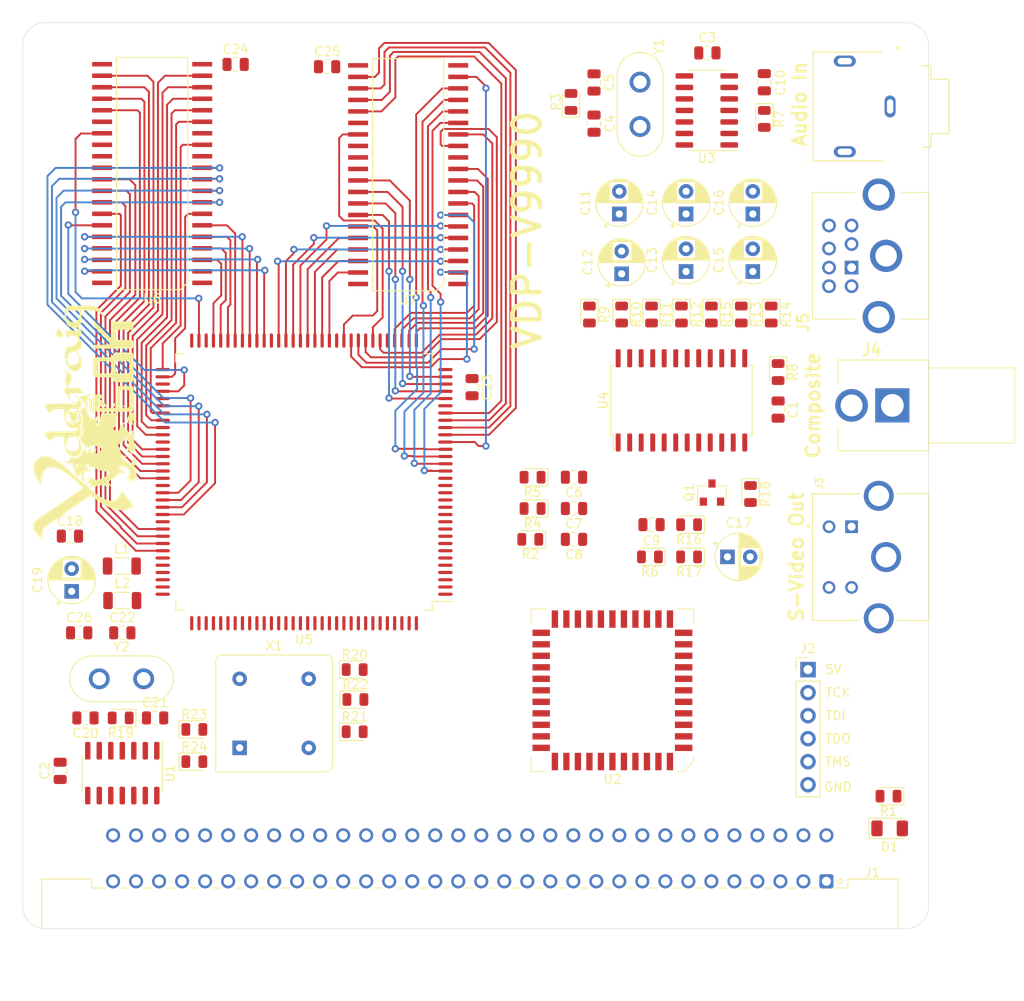
<source format=kicad_pcb>
(kicad_pcb (version 20171130) (host pcbnew "(5.1.10)-1")
  (layers (0 F.Cu signal) (1 In1.Cu power) (2 In2.Cu power) (31 B.Cu signal) (34 B.Paste user) (35 F.Paste user) (36 B.SilkS user) (37 F.SilkS user) (38 B.Mask user) (39 F.Mask user) (44 Edge.Cuts user))
  (net 0 "")
  (net 1 GND)
  (net 2 +5V)
  (net 3 "Net-(C4-Pad1)")
  (net 4 "Net-(C5-Pad1)")
  (net 5 "Net-(C6-Pad1)")
  (net 6 "Net-(C7-Pad1)")
  (net 7 "Net-(C8-Pad1)")
  (net 8 "Net-(C9-Pad1)")
  (net 9 /Video/PAL_CLK)
  (net 10 /Video/ROUT)
  (net 11 "Net-(C11-Pad1)")
  (net 12 /Video/GOUT)
  (net 13 "Net-(C12-Pad1)")
  (net 14 /Video/BOUT)
  (net 15 "Net-(C13-Pad1)")
  (net 16 /Video/CVOUT)
  (net 17 "Net-(C14-Pad1)")
  (net 18 /Video/YOUT)
  (net 19 "Net-(C15-Pad1)")
  (net 20 /Video/COUT)
  (net 21 "Net-(C16-Pad1)")
  (net 22 "Net-(C17-Pad2)")
  (net 23 "Net-(C17-Pad1)")
  (net 24 "Net-(D1-Pad2)")
  (net 25 /LED)
  (net 26 "Net-(J1-PadC31)")
  (net 27 "Net-(J1-PadC30)")
  (net 28 "Net-(J1-PadC28)")
  (net 29 /~CS_DATA)
  (net 30 /~RESET)
  (net 31 /~UDS)
  (net 32 /CPU_CLK)
  (net 33 "Net-(J1-PadC22)")
  (net 34 "Net-(J1-PadC21)")
  (net 35 "Net-(J1-PadC20)")
  (net 36 "Net-(J1-PadC19)")
  (net 37 "Net-(J1-PadC18)")
  (net 38 "Net-(J1-PadC17)")
  (net 39 "Net-(J1-PadC16)")
  (net 40 "Net-(J1-PadC15)")
  (net 41 /A6)
  (net 42 /A4)
  (net 43 /A2)
  (net 44 /D7)
  (net 45 /D5)
  (net 46 /D3)
  (net 47 /D1)
  (net 48 "Net-(J1-PadC6)")
  (net 49 "Net-(J1-PadC5)")
  (net 50 "Net-(J1-PadC4)")
  (net 51 "Net-(J1-PadC3)")
  (net 52 "Net-(J1-PadC2)")
  (net 53 "Net-(J1-PadA31)")
  (net 54 "Net-(J1-PadA30)")
  (net 55 "Net-(J1-PadA29)")
  (net 56 "Net-(J1-PadA28)")
  (net 57 /~CS_REG)
  (net 58 /R~W)
  (net 59 /~LDS)
  (net 60 "Net-(J1-PadA23)")
  (net 61 "Net-(J1-PadA22)")
  (net 62 "Net-(J1-PadA21)")
  (net 63 "Net-(J1-PadA20)")
  (net 64 "Net-(J1-PadA19)")
  (net 65 "Net-(J1-PadA18)")
  (net 66 "Net-(J1-PadA17)")
  (net 67 "Net-(J1-PadA16)")
  (net 68 /A7)
  (net 69 /A5)
  (net 70 /A3)
  (net 71 /A1)
  (net 72 /D6)
  (net 73 /D4)
  (net 74 /D2)
  (net 75 /D0)
  (net 76 "Net-(J1-PadA6)")
  (net 77 "Net-(J1-PadA5)")
  (net 78 "Net-(J1-PadA4)")
  (net 79 "Net-(J1-PadA3)")
  (net 80 "Net-(J2-Pad4)")
  (net 81 /Video/SYNCOUT)
  (net 82 /Video/AUDIO_R)
  (net 83 /Video/AUDIO_L)
  (net 84 "Net-(R7-Pad2)")
  (net 85 "Net-(R8-Pad2)")
  (net 86 "Net-(R9-Pad2)")
  (net 87 "Net-(R10-Pad2)")
  (net 88 "Net-(R11-Pad2)")
  (net 89 "Net-(R12-Pad2)")
  (net 90 "Net-(R13-Pad2)")
  (net 91 "Net-(R14-Pad2)")
  (net 92 /~IRQ)
  (net 93 "Net-(U1-Pad11)")
  (net 94 /~DTACK)
  (net 95 "Net-(U1-Pad8)")
  (net 96 /~VDPW)
  (net 97 /~VDPR)
  (net 98 "Net-(U2-Pad26)")
  (net 99 "Net-(U2-Pad24)")
  (net 100 /~WAIT)
  (net 101 "Net-(U3-Pad6)")
  (net 102 "Net-(U3-Pad12)")
  (net 103 "Net-(U3-Pad10)")
  (net 104 "Net-(U3-Pad8)")
  (net 105 "Net-(U4-Pad18)")
  (net 106 "Net-(U4-Pad14)")
  (net 107 "Net-(U4-Pad13)")
  (net 108 "Net-(U4-Pad11)")
  (net 109 "Net-(U4-Pad9)")
  (net 110 "Net-(U4-Pad8)")
  (net 111 "Net-(U4-Pad7)")
  (net 112 "Net-(U4-Pad5)")
  (net 113 "Net-(J2-Pad5)")
  (net 114 "Net-(J2-Pad3)")
  (net 115 "Net-(J2-Pad2)")
  (net 116 "Net-(U2-Pad25)")
  (net 117 "Net-(U2-Pad20)")
  (net 118 "Net-(U2-Pad18)")
  (net 119 "Net-(U2-Pad14)")
  (net 120 "Net-(U2-Pad22)")
  (net 121 /VDP/R)
  (net 122 /VDP/G)
  (net 123 /VDP/B)
  (net 124 GNDA)
  (net 125 +5VA)
  (net 126 "Net-(C20-Pad1)")
  (net 127 "Net-(C21-Pad1)")
  (net 128 /VDP/~CSYNC)
  (net 129 "Net-(R22-Pad2)")
  (net 130 "Net-(R23-Pad2)")
  (net 131 "Net-(R24-Pad2)")
  (net 132 "Net-(U5-Pad125)")
  (net 133 "Net-(U5-Pad113)")
  (net 134 "Net-(U5-Pad112)")
  (net 135 "Net-(U5-Pad111)")
  (net 136 "Net-(U5-Pad109)")
  (net 137 "Net-(U5-Pad108)")
  (net 138 "Net-(U5-Pad104)")
  (net 139 "Net-(U5-Pad103)")
  (net 140 "Net-(U5-Pad101)")
  (net 141 "Net-(U5-Pad91)")
  (net 142 /VDP/V1D7)
  (net 143 /VDP/V1D6)
  (net 144 /VDP/V1D5)
  (net 145 /VDP/V1D4)
  (net 146 /VDP/V1D3)
  (net 147 /VDP/V1D2)
  (net 148 /VDP/V1D1)
  (net 149 /VDP/V1D0)
  (net 150 /VDP/V1A0)
  (net 151 /VDP/V1A1)
  (net 152 /VDP/V1A2)
  (net 153 /VDP/V1A3)
  (net 154 /VDP/V1A4)
  (net 155 /VDP/V1A5)
  (net 156 /VDP/V1A6)
  (net 157 /VDP/V1A7)
  (net 158 /VDP/V1A8)
  (net 159 "Net-(U5-Pad70)")
  (net 160 "Net-(U5-Pad69)")
  (net 161 "Net-(U5-Pad68)")
  (net 162 "Net-(U5-Pad67)")
  (net 163 "Net-(U5-Pad66)")
  (net 164 "Net-(U5-Pad65)")
  (net 165 "Net-(U5-Pad63)")
  (net 166 "Net-(U5-Pad62)")
  (net 167 /VDP/V1S0)
  (net 168 /VDP/V1S1)
  (net 169 /VDP/V1S2)
  (net 170 /VDP/V1S3)
  (net 171 /VDP/V1S4)
  (net 172 /VDP/V1S5)
  (net 173 /VDP/V1S6)
  (net 174 /VDP/V1S7)
  (net 175 /VDP/V0S0)
  (net 176 /VDP/V0S1)
  (net 177 /VDP/V0S2)
  (net 178 /VDP/V0S3)
  (net 179 /VDP/V0S4)
  (net 180 /VDP/V0S5)
  (net 181 /VDP/V0S6)
  (net 182 /VDP/V0S7)
  (net 183 "Net-(U5-Pad43)")
  (net 184 "Net-(U5-Pad42)")
  (net 185 "Net-(U5-Pad41)")
  (net 186 "Net-(U5-Pad40)")
  (net 187 "Net-(U5-Pad39)")
  (net 188 "Net-(U5-Pad38)")
  (net 189 "Net-(U5-Pad37)")
  (net 190 /VDP/V0D0)
  (net 191 /VDP/V0D1)
  (net 192 /VDP/V0D2)
  (net 193 /VDP/V0D3)
  (net 194 /VDP/V0D4)
  (net 195 /VDP/V0D5)
  (net 196 /VDP/V0D6)
  (net 197 /VDP/V0D7)
  (net 198 /VDP/V0A0)
  (net 199 /VDP/V0A1)
  (net 200 /VDP/V0A2)
  (net 201 /VDP/V0A3)
  (net 202 /VDP/V0A4)
  (net 203 /VDP/V0A5)
  (net 204 /VDP/V0A6)
  (net 205 /VDP/V0A7)
  (net 206 /VDP/V0A8)
  (net 207 "Net-(U5-Pad16)")
  (net 208 "Net-(U5-Pad15)")
  (net 209 "Net-(U5-Pad14)")
  (net 210 "Net-(U5-Pad13)")
  (net 211 "Net-(U5-Pad12)")
  (net 212 "Net-(U5-Pad11)")
  (net 213 "Net-(U5-Pad10)")
  (net 214 "Net-(U5-Pad9)")
  (net 215 "Net-(U5-Pad8)")
  (net 216 "Net-(U6-Pad26)")
  (net 217 "Net-(U6-Pad28)")
  (net 218 "Net-(U7-Pad26)")
  (net 219 "Net-(U7-Pad28)")
  (net 220 "Net-(Q1-Pad1)")
  (module Capacitor_SMD:C_0805_2012Metric (layer F.Cu) (at 183.388 92.71 270)
    (fp_text reference C1 (at 0 -1.68 90) (layer F.SilkS))
    (fp_text value 100nF)
    (pad 2 smd roundrect (at 0.95 0 270) (size 1 1.45) (layers F.Cu F.Paste F.Mask) (net 1 GND))
    (pad 1 smd roundrect (at -0.95 0 270) (size 1 1.45) (layers F.Cu F.Paste F.Mask) (net 2 +5V))
  )
  (module Package_SO:SO-14_3.9x8.65mm_P1.27mm (layer F.Cu) (at 175.514 59.69 180)
    (fp_text reference U3 (at 0 -5.28) (layer F.SilkS))
    (fp_text value 74HCT04)
    (pad 14 smd roundrect (at 2.475 -3.81 180) (size 1.95 0.6) (layers F.Cu F.Paste F.Mask) (net 2 +5V))
    (pad 13 smd roundrect (at 2.475 -2.54 180) (size 1.95 0.6) (layers F.Cu F.Paste F.Mask) (net 1 GND))
    (pad 12 smd roundrect (at 2.475 -1.27 180) (size 1.95 0.6) (layers F.Cu F.Paste F.Mask) (net 102 "Net-(U3-Pad12)"))
    (pad 11 smd roundrect (at 2.475 0 180) (size 1.95 0.6) (layers F.Cu F.Paste F.Mask) (net 1 GND))
    (pad 10 smd roundrect (at 2.475 1.27 180) (size 1.95 0.6) (layers F.Cu F.Paste F.Mask) (net 103 "Net-(U3-Pad10)"))
    (pad 9 smd roundrect (at 2.475 2.54 180) (size 1.95 0.6) (layers F.Cu F.Paste F.Mask) (net 1 GND))
    (pad 8 smd roundrect (at 2.475 3.81 180) (size 1.95 0.6) (layers F.Cu F.Paste F.Mask) (net 104 "Net-(U3-Pad8)"))
    (pad 7 smd roundrect (at -2.475 3.81 180) (size 1.95 0.6) (layers F.Cu F.Paste F.Mask) (net 1 GND))
    (pad 6 smd roundrect (at -2.475 2.54 180) (size 1.95 0.6) (layers F.Cu F.Paste F.Mask) (net 101 "Net-(U3-Pad6)"))
    (pad 5 smd roundrect (at -2.475 1.27 180) (size 1.95 0.6) (layers F.Cu F.Paste F.Mask) (net 1 GND))
    (pad 4 smd roundrect (at -2.475 0 180) (size 1.95 0.6) (layers F.Cu F.Paste F.Mask) (net 84 "Net-(R7-Pad2)"))
    (pad 3 smd roundrect (at -2.475 -1.27 180) (size 1.95 0.6) (layers F.Cu F.Paste F.Mask) (net 4 "Net-(C5-Pad1)"))
    (pad 2 smd roundrect (at -2.475 -2.54 180) (size 1.95 0.6) (layers F.Cu F.Paste F.Mask) (net 4 "Net-(C5-Pad1)"))
    (pad 1 smd roundrect (at -2.475 -3.81 180) (size 1.95 0.6) (layers F.Cu F.Paste F.Mask) (net 3 "Net-(C4-Pad1)"))
  )
  (module Package_LCC:PLCC-44 (layer F.Cu) (at 165.1 123.698 180)
    (fp_text reference U2 (at 0 -9.825) (layer F.SilkS))
    (fp_text value XC9536PC44)
    (pad 39 smd rect (at 7.8625 -6.35 180) (size 1.925 0.7) (layers F.Cu F.Paste F.Mask) (net 59 /~LDS))
    (pad 38 smd rect (at 7.8625 -5.08 180) (size 1.925 0.7) (layers F.Cu F.Paste F.Mask) (net 31 /~UDS))
    (pad 37 smd rect (at 7.8625 -3.81 180) (size 1.925 0.7) (layers F.Cu F.Paste F.Mask) (net 58 /R~W))
    (pad 36 smd rect (at 7.8625 -2.54 180) (size 1.925 0.7) (layers F.Cu F.Paste F.Mask) (net 29 /~CS_DATA))
    (pad 35 smd rect (at 7.8625 -1.27 180) (size 1.925 0.7) (layers F.Cu F.Paste F.Mask) (net 57 /~CS_REG))
    (pad 34 smd rect (at 7.8625 0 180) (size 1.925 0.7) (layers F.Cu F.Paste F.Mask) (net 30 /~RESET))
    (pad 33 smd rect (at 7.8625 1.27 180) (size 1.925 0.7) (layers F.Cu F.Paste F.Mask) (net 94 /~DTACK))
    (pad 32 smd rect (at 7.8625 2.54 180) (size 1.925 0.7) (layers F.Cu F.Paste F.Mask) (net 2 +5V))
    (pad 31 smd rect (at 7.8625 3.81 180) (size 1.925 0.7) (layers F.Cu F.Paste F.Mask) (net 1 GND))
    (pad 30 smd rect (at 7.8625 5.08 180) (size 1.925 0.7) (layers F.Cu F.Paste F.Mask) (net 80 "Net-(J2-Pad4)"))
    (pad 29 smd rect (at 7.8625 6.35 180) (size 1.925 0.7) (layers F.Cu F.Paste F.Mask) (net 96 /~VDPW))
    (pad 28 smd rect (at 6.35 7.8625 180) (size 0.7 1.925) (layers F.Cu F.Paste F.Mask) (net 97 /~VDPR))
    (pad 27 smd rect (at 5.08 7.8625 180) (size 0.7 1.925) (layers F.Cu F.Paste F.Mask) (net 100 /~WAIT))
    (pad 26 smd rect (at 3.81 7.8625 180) (size 0.7 1.925) (layers F.Cu F.Paste F.Mask) (net 98 "Net-(U2-Pad26)"))
    (pad 25 smd rect (at 2.54 7.8625 180) (size 0.7 1.925) (layers F.Cu F.Paste F.Mask) (net 116 "Net-(U2-Pad25)"))
    (pad 24 smd rect (at 1.27 7.8625 180) (size 0.7 1.925) (layers F.Cu F.Paste F.Mask) (net 99 "Net-(U2-Pad24)"))
    (pad 23 smd rect (at 0 7.8625 180) (size 0.7 1.925) (layers F.Cu F.Paste F.Mask) (net 1 GND))
    (pad 22 smd rect (at -1.27 7.8625 180) (size 0.7 1.925) (layers F.Cu F.Paste F.Mask) (net 120 "Net-(U2-Pad22)"))
    (pad 21 smd rect (at -2.54 7.8625 180) (size 0.7 1.925) (layers F.Cu F.Paste F.Mask) (net 2 +5V))
    (pad 20 smd rect (at -3.81 7.8625 180) (size 0.7 1.925) (layers F.Cu F.Paste F.Mask) (net 117 "Net-(U2-Pad20)"))
    (pad 19 smd rect (at -5.08 7.8625 180) (size 0.7 1.925) (layers F.Cu F.Paste F.Mask) (net 25 /LED))
    (pad 18 smd rect (at -6.35 7.8625 180) (size 0.7 1.925) (layers F.Cu F.Paste F.Mask) (net 118 "Net-(U2-Pad18)"))
    (pad 17 smd rect (at -7.8625 6.35 180) (size 1.925 0.7) (layers F.Cu F.Paste F.Mask) (net 115 "Net-(J2-Pad2)"))
    (pad 16 smd rect (at -7.8625 5.08 180) (size 1.925 0.7) (layers F.Cu F.Paste F.Mask) (net 113 "Net-(J2-Pad5)"))
    (pad 15 smd rect (at -7.8625 3.81 180) (size 1.925 0.7) (layers F.Cu F.Paste F.Mask) (net 114 "Net-(J2-Pad3)"))
    (pad 14 smd rect (at -7.8625 2.54 180) (size 1.925 0.7) (layers F.Cu F.Paste F.Mask) (net 119 "Net-(U2-Pad14)"))
    (pad 13 smd rect (at -7.8625 1.27 180) (size 1.925 0.7) (layers F.Cu F.Paste F.Mask) (net 75 /D0))
    (pad 12 smd rect (at -7.8625 0 180) (size 1.925 0.7) (layers F.Cu F.Paste F.Mask) (net 47 /D1))
    (pad 11 smd rect (at -7.8625 -1.27 180) (size 1.925 0.7) (layers F.Cu F.Paste F.Mask) (net 74 /D2))
    (pad 10 smd rect (at -7.8625 -2.54 180) (size 1.925 0.7) (layers F.Cu F.Paste F.Mask) (net 1 GND))
    (pad 9 smd rect (at -7.8625 -3.81 180) (size 1.925 0.7) (layers F.Cu F.Paste F.Mask) (net 46 /D3))
    (pad 8 smd rect (at -7.8625 -5.08 180) (size 1.925 0.7) (layers F.Cu F.Paste F.Mask) (net 73 /D4))
    (pad 7 smd rect (at -7.8625 -6.35 180) (size 1.925 0.7) (layers F.Cu F.Paste F.Mask) (net 45 /D5))
    (pad 40 smd rect (at 6.35 -7.8625 180) (size 0.7 1.925) (layers F.Cu F.Paste F.Mask) (net 68 /A7))
    (pad 41 smd rect (at 5.08 -7.8625 180) (size 0.7 1.925) (layers F.Cu F.Paste F.Mask) (net 2 +5V))
    (pad 42 smd rect (at 3.81 -7.8625 180) (size 0.7 1.925) (layers F.Cu F.Paste F.Mask) (net 41 /A6))
    (pad 43 smd rect (at 2.54 -7.8625 180) (size 0.7 1.925) (layers F.Cu F.Paste F.Mask) (net 69 /A5))
    (pad 44 smd rect (at 1.27 -7.8625 180) (size 0.7 1.925) (layers F.Cu F.Paste F.Mask) (net 42 /A4))
    (pad 6 smd rect (at -6.35 -7.8625 180) (size 0.7 1.925) (layers F.Cu F.Paste F.Mask) (net 72 /D6))
    (pad 5 smd rect (at -5.08 -7.8625 180) (size 0.7 1.925) (layers F.Cu F.Paste F.Mask) (net 32 /CPU_CLK))
    (pad 4 smd rect (at -3.81 -7.8625 180) (size 0.7 1.925) (layers F.Cu F.Paste F.Mask) (net 44 /D7))
    (pad 3 smd rect (at -2.54 -7.8625 180) (size 0.7 1.925) (layers F.Cu F.Paste F.Mask) (net 70 /A3))
    (pad 2 smd rect (at -1.27 -7.8625 180) (size 0.7 1.925) (layers F.Cu F.Paste F.Mask) (net 43 /A2))
    (pad 1 smd rect (at 0 -7.8625 180) (size 0.7 1.925) (layers F.Cu F.Paste F.Mask) (net 71 /A1))
  )
  (module Package_SO:SO-14_3.9x8.65mm_P1.27mm (layer F.Cu) (at 110.998 132.842 270)
    (fp_text reference U1 (at 0 -5.28 90) (layer F.SilkS))
    (fp_text value 74LS125)
    (pad 14 smd roundrect (at 2.475 -3.81 270) (size 1.95 0.6) (layers F.Cu F.Paste F.Mask) (net 2 +5V))
    (pad 13 smd roundrect (at 2.475 -2.54 270) (size 1.95 0.6) (layers F.Cu F.Paste F.Mask) (net 2 +5V))
    (pad 12 smd roundrect (at 2.475 -1.27 270) (size 1.95 0.6) (layers F.Cu F.Paste F.Mask) (net 2 +5V))
    (pad 11 smd roundrect (at 2.475 0 270) (size 1.95 0.6) (layers F.Cu F.Paste F.Mask) (net 93 "Net-(U1-Pad11)"))
    (pad 10 smd roundrect (at 2.475 1.27 270) (size 1.95 0.6) (layers F.Cu F.Paste F.Mask) (net 2 +5V))
    (pad 9 smd roundrect (at 2.475 2.54 270) (size 1.95 0.6) (layers F.Cu F.Paste F.Mask) (net 2 +5V))
    (pad 8 smd roundrect (at 2.475 3.81 270) (size 1.95 0.6) (layers F.Cu F.Paste F.Mask) (net 95 "Net-(U1-Pad8)"))
    (pad 7 smd roundrect (at -2.475 3.81 270) (size 1.95 0.6) (layers F.Cu F.Paste F.Mask) (net 1 GND))
    (pad 6 smd roundrect (at -2.475 2.54 270) (size 1.95 0.6) (layers F.Cu F.Paste F.Mask) (net 28 "Net-(J1-PadC28)"))
    (pad 5 smd roundrect (at -2.475 1.27 270) (size 1.95 0.6) (layers F.Cu F.Paste F.Mask) (net 1 GND))
    (pad 4 smd roundrect (at -2.475 0 270) (size 1.95 0.6) (layers F.Cu F.Paste F.Mask) (net 94 /~DTACK))
    (pad 3 smd roundrect (at -2.475 -1.27 270) (size 1.95 0.6) (layers F.Cu F.Paste F.Mask) (net 56 "Net-(J1-PadA28)"))
    (pad 2 smd roundrect (at -2.475 -2.54 270) (size 1.95 0.6) (layers F.Cu F.Paste F.Mask) (net 1 GND))
    (pad 1 smd roundrect (at -2.475 -3.81 270) (size 1.95 0.6) (layers F.Cu F.Paste F.Mask) (net 92 /~IRQ))
  )
  (module LED_SMD:LED_0805_2012Metric (layer F.Cu) (at 118.9505 131.572)
    (fp_text reference R24 (at 0 -1.65) (layer F.SilkS))
    (fp_text value 4K7)
    (pad 2 smd roundrect (at 0.9375 0) (size 0.975 1.4) (layers F.Cu F.Paste F.Mask) (net 131 "Net-(R24-Pad2)"))
    (pad 1 smd roundrect (at -0.9375 0) (size 0.975 1.4) (layers F.Cu F.Paste F.Mask) (net 2 +5V))
  )
  (module LED_SMD:LED_0805_2012Metric (layer F.Cu) (at 118.9505 128.016)
    (fp_text reference R23 (at 0 -1.65) (layer F.SilkS))
    (fp_text value 4K7)
    (pad 2 smd roundrect (at 0.9375 0) (size 0.975 1.4) (layers F.Cu F.Paste F.Mask) (net 130 "Net-(R23-Pad2)"))
    (pad 1 smd roundrect (at -0.9375 0) (size 0.975 1.4) (layers F.Cu F.Paste F.Mask) (net 2 +5V))
  )
  (module LED_SMD:LED_0805_2012Metric (layer F.Cu) (at 136.7305 124.714)
    (fp_text reference R22 (at 0 -1.65) (layer F.SilkS))
    (fp_text value 4K7)
    (pad 2 smd roundrect (at 0.9375 0) (size 0.975 1.4) (layers F.Cu F.Paste F.Mask) (net 129 "Net-(R22-Pad2)"))
    (pad 1 smd roundrect (at -0.9375 0) (size 0.975 1.4) (layers F.Cu F.Paste F.Mask) (net 2 +5V))
  )
  (module LED_SMD:LED_0805_2012Metric (layer F.Cu) (at 136.652 128.27)
    (fp_text reference R21 (at 0 -1.65) (layer F.SilkS))
    (fp_text value 4K7)
    (pad 2 smd roundrect (at 0.9375 0) (size 0.975 1.4) (layers F.Cu F.Paste F.Mask) (net 92 /~IRQ))
    (pad 1 smd roundrect (at -0.9375 0) (size 0.975 1.4) (layers F.Cu F.Paste F.Mask) (net 2 +5V))
  )
  (module LED_SMD:LED_0805_2012Metric (layer F.Cu) (at 136.652 121.412)
    (fp_text reference R20 (at 0 -1.65) (layer F.SilkS))
    (fp_text value 4K7)
    (pad 2 smd roundrect (at 0.9375 0) (size 0.975 1.4) (layers F.Cu F.Paste F.Mask) (net 100 /~WAIT))
    (pad 1 smd roundrect (at -0.9375 0) (size 0.975 1.4) (layers F.Cu F.Paste F.Mask) (net 2 +5V))
  )
  (module LED_SMD:LED_0805_2012Metric (layer F.Cu) (at 110.8225 126.746 180)
    (fp_text reference R19 (at 0 -1.65) (layer F.SilkS))
    (fp_text value 10M)
    (pad 2 smd roundrect (at 0.9375 0 180) (size 0.975 1.4) (layers F.Cu F.Paste F.Mask) (net 126 "Net-(C20-Pad1)"))
    (pad 1 smd roundrect (at -0.9375 0 180) (size 0.975 1.4) (layers F.Cu F.Paste F.Mask) (net 127 "Net-(C21-Pad1)"))
  )
  (module LED_SMD:LED_0805_2012Metric (layer F.Cu) (at 180.34 102.0295 270)
    (fp_text reference R18 (at 0 -1.65 90) (layer F.SilkS))
    (fp_text value 220R)
    (pad 2 smd roundrect (at 0.9375 0 270) (size 0.975 1.4) (layers F.Cu F.Paste F.Mask) (net 22 "Net-(C17-Pad2)"))
    (pad 1 smd roundrect (at -0.9375 0 270) (size 0.975 1.4) (layers F.Cu F.Paste F.Mask) (net 81 /Video/SYNCOUT))
  )
  (module LED_SMD:LED_0805_2012Metric (layer F.Cu) (at 173.5605 108.966 180)
    (fp_text reference R17 (at 0 -1.65) (layer F.SilkS))
    (fp_text value 100R)
    (pad 2 smd roundrect (at 0.9375 0 180) (size 0.975 1.4) (layers F.Cu F.Paste F.Mask) (net 1 GND))
    (pad 1 smd roundrect (at -0.9375 0 180) (size 0.975 1.4) (layers F.Cu F.Paste F.Mask) (net 23 "Net-(C17-Pad1)"))
  )
  (module LED_SMD:LED_0805_2012Metric (layer F.Cu) (at 173.5605 105.41 180)
    (fp_text reference R16 (at 0 -1.65) (layer F.SilkS))
    (fp_text value 1K)
    (pad 2 smd roundrect (at 0.9375 0 180) (size 0.975 1.4) (layers F.Cu F.Paste F.Mask) (net 128 /VDP/~CSYNC))
    (pad 1 smd roundrect (at -0.9375 0 180) (size 0.975 1.4) (layers F.Cu F.Paste F.Mask) (net 220 "Net-(Q1-Pad1)"))
  )
  (module LED_SMD:LED_0805_2012Metric (layer F.Cu) (at 176.022 82.2175 270)
    (fp_text reference R15 (at 0 -1.65 90) (layer F.SilkS))
    (fp_text value 240R)
    (pad 2 smd roundrect (at 0.9375 0 270) (size 0.975 1.4) (layers F.Cu F.Paste F.Mask) (net 1 GND))
    (pad 1 smd roundrect (at -0.9375 0 270) (size 0.975 1.4) (layers F.Cu F.Paste F.Mask) (net 17 "Net-(C14-Pad1)"))
  )
  (module LED_SMD:LED_0805_2012Metric (layer F.Cu) (at 182.626 82.2175 270)
    (fp_text reference R14 (at 0 -1.65 90) (layer F.SilkS))
    (fp_text value 75R)
    (pad 2 smd roundrect (at 0.9375 0 270) (size 0.975 1.4) (layers F.Cu F.Paste F.Mask) (net 91 "Net-(R14-Pad2)"))
    (pad 1 smd roundrect (at -0.9375 0 270) (size 0.975 1.4) (layers F.Cu F.Paste F.Mask) (net 21 "Net-(C16-Pad1)"))
  )
  (module LED_SMD:LED_0805_2012Metric (layer F.Cu) (at 179.324 82.2175 270)
    (fp_text reference R13 (at 0 -1.65 90) (layer F.SilkS))
    (fp_text value 75R)
    (pad 2 smd roundrect (at 0.9375 0 270) (size 0.975 1.4) (layers F.Cu F.Paste F.Mask) (net 90 "Net-(R13-Pad2)"))
    (pad 1 smd roundrect (at -0.9375 0 270) (size 0.975 1.4) (layers F.Cu F.Paste F.Mask) (net 19 "Net-(C15-Pad1)"))
  )
  (module LED_SMD:LED_0805_2012Metric (layer F.Cu) (at 172.72 82.2175 270)
    (fp_text reference R12 (at 0 -1.65 90) (layer F.SilkS))
    (fp_text value 43R)
    (pad 2 smd roundrect (at 0.9375 0 270) (size 0.975 1.4) (layers F.Cu F.Paste F.Mask) (net 89 "Net-(R12-Pad2)"))
    (pad 1 smd roundrect (at -0.9375 0 270) (size 0.975 1.4) (layers F.Cu F.Paste F.Mask) (net 17 "Net-(C14-Pad1)"))
  )
  (module LED_SMD:LED_0805_2012Metric (layer F.Cu) (at 169.418 82.2175 270)
    (fp_text reference R11 (at 0 -1.65 90) (layer F.SilkS))
    (fp_text value 75R)
    (pad 2 smd roundrect (at 0.9375 0 270) (size 0.975 1.4) (layers F.Cu F.Paste F.Mask) (net 88 "Net-(R11-Pad2)"))
    (pad 1 smd roundrect (at -0.9375 0 270) (size 0.975 1.4) (layers F.Cu F.Paste F.Mask) (net 15 "Net-(C13-Pad1)"))
  )
  (module LED_SMD:LED_0805_2012Metric (layer F.Cu) (at 166.116 82.2175 270)
    (fp_text reference R10 (at 0 -1.65 90) (layer F.SilkS))
    (fp_text value 75R)
    (pad 2 smd roundrect (at 0.9375 0 270) (size 0.975 1.4) (layers F.Cu F.Paste F.Mask) (net 87 "Net-(R10-Pad2)"))
    (pad 1 smd roundrect (at -0.9375 0 270) (size 0.975 1.4) (layers F.Cu F.Paste F.Mask) (net 13 "Net-(C12-Pad1)"))
  )
  (module LED_SMD:LED_0805_2012Metric (layer F.Cu) (at 162.56 82.2175 270)
    (fp_text reference R9 (at 0 -1.65 90) (layer F.SilkS))
    (fp_text value 75R)
    (pad 2 smd roundrect (at 0.9375 0 270) (size 0.975 1.4) (layers F.Cu F.Paste F.Mask) (net 86 "Net-(R9-Pad2)"))
    (pad 1 smd roundrect (at -0.9375 0 270) (size 0.975 1.4) (layers F.Cu F.Paste F.Mask) (net 11 "Net-(C11-Pad1)"))
  )
  (module LED_SMD:LED_0805_2012Metric (layer F.Cu) (at 183.388 88.5675 270)
    (fp_text reference R8 (at 0 -1.65 90) (layer F.SilkS))
    (fp_text value 2K61)
    (pad 2 smd roundrect (at 0.9375 0 270) (size 0.975 1.4) (layers F.Cu F.Paste F.Mask) (net 85 "Net-(R8-Pad2)"))
    (pad 1 smd roundrect (at -0.9375 0 270) (size 0.975 1.4) (layers F.Cu F.Paste F.Mask) (net 2 +5V))
  )
  (module LED_SMD:LED_0805_2012Metric (layer F.Cu) (at 181.864 60.6275 270)
    (fp_text reference R7 (at 0 -1.65 90) (layer F.SilkS))
    (fp_text value 2K2)
    (pad 2 smd roundrect (at 0.9375 0 270) (size 0.975 1.4) (layers F.Cu F.Paste F.Mask) (net 84 "Net-(R7-Pad2)"))
    (pad 1 smd roundrect (at -0.9375 0 270) (size 0.975 1.4) (layers F.Cu F.Paste F.Mask) (net 9 /Video/PAL_CLK))
  )
  (module LED_SMD:LED_0805_2012Metric (layer F.Cu) (at 169.2425 108.966 180)
    (fp_text reference R6 (at 0 -1.65) (layer F.SilkS))
    (fp_text value 2K2)
    (pad 2 smd roundrect (at 0.9375 0 180) (size 0.975 1.4) (layers F.Cu F.Paste F.Mask) (net 8 "Net-(C9-Pad1)"))
    (pad 1 smd roundrect (at -0.9375 0 180) (size 0.975 1.4) (layers F.Cu F.Paste F.Mask) (net 128 /VDP/~CSYNC))
  )
  (module LED_SMD:LED_0805_2012Metric (layer F.Cu) (at 156.2862 100.1776 180)
    (fp_text reference R5 (at 0 -1.65) (layer F.SilkS))
    (fp_text value 470R)
    (pad 2 smd roundrect (at 0.9375 0 180) (size 0.975 1.4) (layers F.Cu F.Paste F.Mask) (net 1 GND))
    (pad 1 smd roundrect (at -0.9375 0 180) (size 0.975 1.4) (layers F.Cu F.Paste F.Mask) (net 121 /VDP/R))
  )
  (module LED_SMD:LED_0805_2012Metric (layer F.Cu) (at 156.2862 103.632 180)
    (fp_text reference R4 (at 0 -1.65) (layer F.SilkS))
    (fp_text value 470R)
    (pad 2 smd roundrect (at 0.9375 0 180) (size 0.975 1.4) (layers F.Cu F.Paste F.Mask) (net 1 GND))
    (pad 1 smd roundrect (at -0.9375 0 180) (size 0.975 1.4) (layers F.Cu F.Paste F.Mask) (net 122 /VDP/G))
  )
  (module LED_SMD:LED_0805_2012Metric (layer F.Cu) (at 160.528 58.7525 90)
    (fp_text reference R3 (at 0 -1.65 90) (layer F.SilkS))
    (fp_text value 4M7)
    (pad 2 smd roundrect (at 0.9375 0 90) (size 0.975 1.4) (layers F.Cu F.Paste F.Mask) (net 4 "Net-(C5-Pad1)"))
    (pad 1 smd roundrect (at -0.9375 0 90) (size 0.975 1.4) (layers F.Cu F.Paste F.Mask) (net 3 "Net-(C4-Pad1)"))
  )
  (module LED_SMD:LED_0805_2012Metric (layer F.Cu) (at 156.0322 107.0356 180)
    (fp_text reference R2 (at 0 -1.65) (layer F.SilkS))
    (fp_text value 470R)
    (pad 2 smd roundrect (at 0.9375 0 180) (size 0.975 1.4) (layers F.Cu F.Paste F.Mask) (net 1 GND))
    (pad 1 smd roundrect (at -0.9375 0 180) (size 0.975 1.4) (layers F.Cu F.Paste F.Mask) (net 123 /VDP/B))
  )
  (module LED_SMD:LED_0805_2012Metric (layer F.Cu) (at 195.58 135.382 180)
    (fp_text reference R1 (at 0 -1.65) (layer F.SilkS))
    (fp_text value 220R)
    (pad 2 smd roundrect (at 0.9375 0 180) (size 0.975 1.4) (layers F.Cu F.Paste F.Mask) (net 2 +5V))
    (pad 1 smd roundrect (at -0.9375 0 180) (size 0.975 1.4) (layers F.Cu F.Paste F.Mask) (net 24 "Net-(D1-Pad2)"))
  )
  (module Package_TO_SOT_SMD:SOT-23 (layer F.Cu) (at 176.088 101.87 90)
    (fp_text reference Q1 (at 0 -2.5 90) (layer F.SilkS))
    (fp_text value BC817)
    (pad 3 smd rect (at 1 0 90) (size 0.9 0.8) (layers F.Cu F.Paste F.Mask) (net 2 +5V))
    (pad 2 smd rect (at -1 0.95 90) (size 0.9 0.8) (layers F.Cu F.Paste F.Mask) (net 23 "Net-(C17-Pad1)"))
    (pad 1 smd rect (at -1 -0.95 90) (size 0.9 0.8) (layers F.Cu F.Paste F.Mask) (net 220 "Net-(Q1-Pad1)"))
  )
  (module LED_SMD:LED_1206_3216Metric (layer F.Cu) (at 195.704 138.938)
    (fp_text reference D1 (at 0 2.032) (layer F.SilkS))
    (fp_text value Amber)
    (pad 2 smd roundrect (at 1.4 0) (size 1.25 1.75) (layers F.Cu F.Paste F.Mask) (roundrect_rratio 0.2) (net 24 "Net-(D1-Pad2)"))
    (pad 1 smd roundrect (at -1.4 0) (size 1.25 1.75) (layers F.Cu F.Paste F.Mask) (roundrect_rratio 0.2) (net 25 /LED))
  )
  (module Capacitor_SMD:C_0805_2012Metric (layer F.Cu) (at 106.238 117.348)
    (fp_text reference C26 (at 0 -1.68) (layer F.SilkS))
    (fp_text value 100nF)
    (pad 2 smd roundrect (at 0.95 0) (size 1 1.45) (layers F.Cu F.Paste F.Mask) (net 1 GND))
    (pad 1 smd roundrect (at -0.95 0) (size 1 1.45) (layers F.Cu F.Paste F.Mask) (net 2 +5V))
  )
  (module Capacitor_SMD:C_0805_2012Metric (layer F.Cu) (at 133.604 54.864)
    (fp_text reference C25 (at 0 -1.68) (layer F.SilkS))
    (fp_text value 100nF)
    (pad 2 smd roundrect (at 0.95 0) (size 1 1.45) (layers F.Cu F.Paste F.Mask) (net 1 GND))
    (pad 1 smd roundrect (at -0.95 0) (size 1 1.45) (layers F.Cu F.Paste F.Mask) (net 2 +5V))
  )
  (module Capacitor_SMD:C_0805_2012Metric (layer F.Cu) (at 123.51 54.61)
    (fp_text reference C24 (at 0 -1.68) (layer F.SilkS))
    (fp_text value 100nF)
    (pad 2 smd roundrect (at 0.95 0) (size 1 1.45) (layers F.Cu F.Paste F.Mask) (net 1 GND))
    (pad 1 smd roundrect (at -0.95 0) (size 1 1.45) (layers F.Cu F.Paste F.Mask) (net 2 +5V))
  )
  (module Capacitor_SMD:C_0805_2012Metric (layer F.Cu) (at 149.606 90.236 270)
    (fp_text reference C23 (at 0 -1.68 90) (layer F.SilkS))
    (fp_text value 100nF)
    (pad 2 smd roundrect (at 0.95 0 270) (size 1 1.45) (layers F.Cu F.Paste F.Mask) (net 2 +5V))
    (pad 1 smd roundrect (at -0.95 0 270) (size 1 1.45) (layers F.Cu F.Paste F.Mask) (net 1 GND))
  )
  (module Capacitor_SMD:C_0805_2012Metric (layer F.Cu) (at 110.998 117.348)
    (fp_text reference C22 (at 0 -1.68) (layer F.SilkS))
    (fp_text value 100nF)
    (pad 2 smd roundrect (at 0.95 0) (size 1 1.45) (layers F.Cu F.Paste F.Mask) (net 1 GND))
    (pad 1 smd roundrect (at -0.95 0) (size 1 1.45) (layers F.Cu F.Paste F.Mask) (net 2 +5V))
  )
  (module Capacitor_SMD:C_0805_2012Metric (layer F.Cu) (at 114.62 126.746)
    (fp_text reference C21 (at 0 -1.68) (layer F.SilkS))
    (fp_text value 27pF)
    (pad 2 smd roundrect (at 0.95 0) (size 1 1.45) (layers F.Cu F.Paste F.Mask) (net 1 GND))
    (pad 1 smd roundrect (at -0.95 0) (size 1 1.45) (layers F.Cu F.Paste F.Mask) (net 127 "Net-(C21-Pad1)"))
  )
  (module Capacitor_SMD:C_0805_2012Metric (layer F.Cu) (at 106.934 126.746 180)
    (fp_text reference C20 (at 0 -1.68) (layer F.SilkS))
    (fp_text value 27pF)
    (pad 2 smd roundrect (at 0.95 0 180) (size 1 1.45) (layers F.Cu F.Paste F.Mask) (net 1 GND))
    (pad 1 smd roundrect (at -0.95 0 180) (size 1 1.45) (layers F.Cu F.Paste F.Mask) (net 126 "Net-(C20-Pad1)"))
  )
  (module Capacitor_SMD:C_0805_2012Metric (layer F.Cu) (at 105.222 106.68)
    (fp_text reference C18 (at 0 -1.68) (layer F.SilkS))
    (fp_text value 100nF)
    (pad 2 smd roundrect (at 0.95 0) (size 1 1.45) (layers F.Cu F.Paste F.Mask) (net 124 GNDA))
    (pad 1 smd roundrect (at -0.95 0) (size 1 1.45) (layers F.Cu F.Paste F.Mask) (net 125 +5VA))
  )
  (module Capacitor_SMD:C_0805_2012Metric (layer F.Cu) (at 181.864 56.576 90)
    (fp_text reference C10 (at -0.066 1.778 90) (layer F.SilkS))
    (fp_text value 5pF)
    (pad 2 smd roundrect (at 0.95 0 90) (size 1 1.45) (layers F.Cu F.Paste F.Mask) (net 1 GND))
    (pad 1 smd roundrect (at -0.95 0 90) (size 1 1.45) (layers F.Cu F.Paste F.Mask) (net 9 /Video/PAL_CLK))
  )
  (module Capacitor_SMD:C_0805_2012Metric (layer F.Cu) (at 169.418 105.41)
    (fp_text reference C9 (at 0 1.778) (layer F.SilkS))
    (fp_text value 47pF)
    (pad 2 smd roundrect (at 0.95 0) (size 1 1.45) (layers F.Cu F.Paste F.Mask) (net 1 GND))
    (pad 1 smd roundrect (at -0.95 0) (size 1 1.45) (layers F.Cu F.Paste F.Mask) (net 8 "Net-(C9-Pad1)"))
  )
  (module Capacitor_SMD:C_0805_2012Metric (layer F.Cu) (at 160.8582 107.0356 180)
    (fp_text reference C8 (at 0 -1.68) (layer F.SilkS))
    (fp_text value 100nF)
    (pad 2 smd roundrect (at 0.95 0 180) (size 1 1.45) (layers F.Cu F.Paste F.Mask) (net 123 /VDP/B))
    (pad 1 smd roundrect (at -0.95 0 180) (size 1 1.45) (layers F.Cu F.Paste F.Mask) (net 7 "Net-(C8-Pad1)"))
  )
  (module Capacitor_SMD:C_0805_2012Metric (layer F.Cu) (at 160.8582 103.632 180)
    (fp_text reference C7 (at 0 -1.68) (layer F.SilkS))
    (fp_text value 100nF)
    (pad 2 smd roundrect (at 0.95 0 180) (size 1 1.45) (layers F.Cu F.Paste F.Mask) (net 122 /VDP/G))
    (pad 1 smd roundrect (at -0.95 0 180) (size 1 1.45) (layers F.Cu F.Paste F.Mask) (net 6 "Net-(C7-Pad1)"))
  )
  (module Capacitor_SMD:C_0805_2012Metric (layer F.Cu) (at 160.8582 100.1776 180)
    (fp_text reference C6 (at 0 -1.68) (layer F.SilkS))
    (fp_text value 100nF)
    (pad 2 smd roundrect (at 0.95 0 180) (size 1 1.45) (layers F.Cu F.Paste F.Mask) (net 121 /VDP/R))
    (pad 1 smd roundrect (at -0.95 0 180) (size 1 1.45) (layers F.Cu F.Paste F.Mask) (net 5 "Net-(C6-Pad1)"))
  )
  (module Capacitor_SMD:C_0805_2012Metric (layer F.Cu) (at 163.068 56.602 270)
    (fp_text reference C5 (at 0 -1.68 90) (layer F.SilkS))
    (fp_text value 22pF)
    (pad 2 smd roundrect (at 0.95 0 270) (size 1 1.45) (layers F.Cu F.Paste F.Mask) (net 1 GND))
    (pad 1 smd roundrect (at -0.95 0 270) (size 1 1.45) (layers F.Cu F.Paste F.Mask) (net 4 "Net-(C5-Pad1)"))
  )
  (module Capacitor_SMD:C_0805_2012Metric (layer F.Cu) (at 163.068 61.148 90)
    (fp_text reference C4 (at 0 1.778 90) (layer F.SilkS))
    (fp_text value 22pF)
    (pad 2 smd roundrect (at 0.95 0 90) (size 1 1.45) (layers F.Cu F.Paste F.Mask) (net 1 GND))
    (pad 1 smd roundrect (at -0.95 0 90) (size 1 1.45) (layers F.Cu F.Paste F.Mask) (net 3 "Net-(C4-Pad1)"))
  )
  (module Capacitor_SMD:C_0805_2012Metric (layer F.Cu) (at 175.58 53.34)
    (fp_text reference C3 (at 0 -1.68) (layer F.SilkS))
    (fp_text value 100nF)
    (pad 2 smd roundrect (at 0.95 0) (size 1 1.45) (layers F.Cu F.Paste F.Mask) (net 1 GND))
    (pad 1 smd roundrect (at -0.95 0) (size 1 1.45) (layers F.Cu F.Paste F.Mask) (net 2 +5V))
  )
  (module Capacitor_SMD:C_0805_2012Metric (layer F.Cu) (at 104.14 132.588 90)
    (fp_text reference C2 (at 0 -1.68 90) (layer F.SilkS))
    (fp_text value 100nF)
    (pad 2 smd roundrect (at 0.95 0 90) (size 1 1.45) (layers F.Cu F.Paste F.Mask) (net 1 GND))
    (pad 1 smd roundrect (at -0.95 0 90) (size 1 1.45) (layers F.Cu F.Paste F.Mask) (net 2 +5V))
  )
  (module Package_SO:SOP-24_7.5x15.4mm_P1.27mm (layer F.Cu) (at 172.72 91.694 90)
    (fp_text reference U4 (at 0 -8.65 90) (layer F.SilkS))
    (fp_text value CXA2075M)
    (pad 24 smd roundrect (at 4.65 -6.985 90) (size 2 0.55) (layers F.Cu F.Paste F.Mask) (net 1 GND))
    (pad 23 smd roundrect (at 4.65 -5.715 90) (size 2 0.55) (layers F.Cu F.Paste F.Mask) (net 86 "Net-(R9-Pad2)"))
    (pad 22 smd roundrect (at 4.65 -4.445 90) (size 2 0.55) (layers F.Cu F.Paste F.Mask) (net 87 "Net-(R10-Pad2)"))
    (pad 21 smd roundrect (at 4.65 -3.175 90) (size 2 0.55) (layers F.Cu F.Paste F.Mask) (net 88 "Net-(R11-Pad2)"))
    (pad 20 smd roundrect (at 4.65 -1.905 90) (size 2 0.55) (layers F.Cu F.Paste F.Mask) (net 89 "Net-(R12-Pad2)"))
    (pad 19 smd roundrect (at 4.65 -0.635 90) (size 2 0.55) (layers F.Cu F.Paste F.Mask) (net 2 +5V))
    (pad 18 smd roundrect (at 4.65 0.635 90) (size 2 0.55) (layers F.Cu F.Paste F.Mask) (net 105 "Net-(U4-Pad18)"))
    (pad 17 smd roundrect (at 4.65 1.905 90) (size 2 0.55) (layers F.Cu F.Paste F.Mask) (net 85 "Net-(R8-Pad2)"))
    (pad 16 smd roundrect (at 4.65 3.175 90) (size 2 0.55) (layers F.Cu F.Paste F.Mask) (net 90 "Net-(R13-Pad2)"))
    (pad 15 smd roundrect (at 4.65 4.445 90) (size 2 0.55) (layers F.Cu F.Paste F.Mask) (net 91 "Net-(R14-Pad2)"))
    (pad 14 smd roundrect (at 4.65 5.715 90) (size 2 0.55) (layers F.Cu F.Paste F.Mask) (net 106 "Net-(U4-Pad14)"))
    (pad 13 smd roundrect (at 4.65 6.985 90) (size 2 0.55) (layers F.Cu F.Paste F.Mask) (net 107 "Net-(U4-Pad13)"))
    (pad 12 smd roundrect (at -4.65 6.985 90) (size 2 0.55) (layers F.Cu F.Paste F.Mask) (net 2 +5V))
    (pad 11 smd roundrect (at -4.65 5.715 90) (size 2 0.55) (layers F.Cu F.Paste F.Mask) (net 108 "Net-(U4-Pad11)"))
    (pad 10 smd roundrect (at -4.65 4.445 90) (size 2 0.55) (layers F.Cu F.Paste F.Mask) (net 8 "Net-(C9-Pad1)"))
    (pad 9 smd roundrect (at -4.65 3.175 90) (size 2 0.55) (layers F.Cu F.Paste F.Mask) (net 109 "Net-(U4-Pad9)"))
    (pad 8 smd roundrect (at -4.65 1.905 90) (size 2 0.55) (layers F.Cu F.Paste F.Mask) (net 110 "Net-(U4-Pad8)"))
    (pad 7 smd roundrect (at -4.65 0.635 90) (size 2 0.55) (layers F.Cu F.Paste F.Mask) (net 111 "Net-(U4-Pad7)"))
    (pad 6 smd roundrect (at -4.65 -0.635 90) (size 2 0.55) (layers F.Cu F.Paste F.Mask) (net 9 /Video/PAL_CLK))
    (pad 5 smd roundrect (at -4.65 -1.905 90) (size 2 0.55) (layers F.Cu F.Paste F.Mask) (net 112 "Net-(U4-Pad5)"))
    (pad 4 smd roundrect (at -4.65 -3.175 90) (size 2 0.55) (layers F.Cu F.Paste F.Mask) (net 7 "Net-(C8-Pad1)"))
    (pad 3 smd roundrect (at -4.65 -4.445 90) (size 2 0.55) (layers F.Cu F.Paste F.Mask) (net 6 "Net-(C7-Pad1)"))
    (pad 2 smd roundrect (at -4.65 -5.715 90) (size 2 0.55) (layers F.Cu F.Paste F.Mask) (net 5 "Net-(C6-Pad1)"))
    (pad 1 smd roundrect (at -4.65 -6.985 90) (size 2 0.55) (layers F.Cu F.Paste F.Mask) (net 1 GND))
  )
  (module Ddraig:MINI-DIN-8-TE_57492681 (layer F.Cu) (at 191.5 77.04 270)
    (fp_text reference J5 (at 6.066 5.334 90) (layer F.SilkS) (effects (font (size 1.27 1.27) (thickness 0.254))))
    (fp_text value "RGB Video" hide)
    (pad MH3 thru_hole circle (at 5.46 -3 270) (size 3.555 3.555) (drill 2.37) (layers *.Cu *.Mask))
    (pad MH2 thru_hole circle (at -1.3 -3.81 270) (size 3.555 3.555) (drill 2.37) (layers *.Cu *.Mask))
    (pad MH1 thru_hole circle (at -8.06 -3 270) (size 3.555 3.555) (drill 2.37) (layers *.Cu *.Mask))
    (pad 8 thru_hole circle (at -4.65 2.49 270) (size 1.509 1.509) (drill 0.97) (layers *.Cu *.Mask) (net 10 /Video/ROUT))
    (pad 7 thru_hole circle (at -2.11 2.49 270) (size 1.509 1.509) (drill 0.97) (layers *.Cu *.Mask) (net 12 /Video/GOUT))
    (pad 6 thru_hole circle (at 2.05 2.49 270) (size 1.509 1.509) (drill 0.97) (layers *.Cu *.Mask) (net 14 /Video/BOUT))
    (pad 5 thru_hole circle (at -4.65 0 270) (size 1.509 1.509) (drill 0.97) (layers *.Cu *.Mask) (net 2 +5V))
    (pad 4 thru_hole circle (at 0 2.49 270) (size 1.509 1.509) (drill 0.97) (layers *.Cu *.Mask) (net 1 GND))
    (pad 3 thru_hole circle (at 2.05 0 270) (size 1.509 1.509) (drill 0.97) (layers *.Cu *.Mask) (net 81 /Video/SYNCOUT))
    (pad 2 thru_hole circle (at -2.6 0 270) (size 1.509 1.509) (drill 0.97) (layers *.Cu *.Mask) (net 82 /Video/AUDIO_R))
    (pad 1 thru_hole rect (at 0 0 270) (size 1.509 1.509) (drill 0.97) (layers *.Cu *.Mask) (net 83 /Video/AUDIO_L))
  )
  (module Ddraig:DIN41612_C_2x32_Male_Horizontal_THT (layer F.Cu) (at 188.722 144.78 180)
    (fp_text reference J1 (at -5.08 1) (layer F.SilkS))
    (fp_text value D68K_64PIN_BOARD)
    (pad C32 thru_hole circle (at 78.74 5.08 180) (size 1.55 1.55) (drill 1) (layers *.Cu *.Mask) (net 1 GND))
    (pad C31 thru_hole circle (at 76.2 5.08 180) (size 1.55 1.55) (drill 1) (layers *.Cu *.Mask) (net 26 "Net-(J1-PadC31)"))
    (pad C30 thru_hole circle (at 73.66 5.08 180) (size 1.55 1.55) (drill 1) (layers *.Cu *.Mask) (net 27 "Net-(J1-PadC30)"))
    (pad C29 thru_hole circle (at 71.12 5.08 180) (size 1.55 1.55) (drill 1) (layers *.Cu *.Mask) (net 1 GND))
    (pad C28 thru_hole circle (at 68.58 5.08 180) (size 1.55 1.55) (drill 1) (layers *.Cu *.Mask) (net 28 "Net-(J1-PadC28)"))
    (pad C27 thru_hole circle (at 66.04 5.08 180) (size 1.55 1.55) (drill 1) (layers *.Cu *.Mask) (net 29 /~CS_DATA))
    (pad C26 thru_hole circle (at 63.5 5.08 180) (size 1.55 1.55) (drill 1) (layers *.Cu *.Mask) (net 30 /~RESET))
    (pad C25 thru_hole circle (at 60.96 5.08 180) (size 1.55 1.55) (drill 1) (layers *.Cu *.Mask) (net 31 /~UDS))
    (pad C24 thru_hole circle (at 58.42 5.08 180) (size 1.55 1.55) (drill 1) (layers *.Cu *.Mask) (net 1 GND))
    (pad C23 thru_hole circle (at 55.88 5.08 180) (size 1.55 1.55) (drill 1) (layers *.Cu *.Mask) (net 32 /CPU_CLK))
    (pad C22 thru_hole circle (at 53.34 5.08 180) (size 1.55 1.55) (drill 1) (layers *.Cu *.Mask) (net 33 "Net-(J1-PadC22)"))
    (pad C21 thru_hole circle (at 50.8 5.08 180) (size 1.55 1.55) (drill 1) (layers *.Cu *.Mask) (net 34 "Net-(J1-PadC21)"))
    (pad C20 thru_hole circle (at 48.26 5.08 180) (size 1.55 1.55) (drill 1) (layers *.Cu *.Mask) (net 35 "Net-(J1-PadC20)"))
    (pad C19 thru_hole circle (at 45.72 5.08 180) (size 1.55 1.55) (drill 1) (layers *.Cu *.Mask) (net 36 "Net-(J1-PadC19)"))
    (pad C18 thru_hole circle (at 43.18 5.08 180) (size 1.55 1.55) (drill 1) (layers *.Cu *.Mask) (net 37 "Net-(J1-PadC18)"))
    (pad C17 thru_hole circle (at 40.64 5.08 180) (size 1.55 1.55) (drill 1) (layers *.Cu *.Mask) (net 38 "Net-(J1-PadC17)"))
    (pad C16 thru_hole circle (at 38.1 5.08 180) (size 1.55 1.55) (drill 1) (layers *.Cu *.Mask) (net 39 "Net-(J1-PadC16)"))
    (pad C15 thru_hole circle (at 35.56 5.08 180) (size 1.55 1.55) (drill 1) (layers *.Cu *.Mask) (net 40 "Net-(J1-PadC15)"))
    (pad C14 thru_hole circle (at 33.02 5.08 180) (size 1.55 1.55) (drill 1) (layers *.Cu *.Mask) (net 41 /A6))
    (pad C13 thru_hole circle (at 30.48 5.08 180) (size 1.55 1.55) (drill 1) (layers *.Cu *.Mask) (net 42 /A4))
    (pad C12 thru_hole circle (at 27.94 5.08 180) (size 1.55 1.55) (drill 1) (layers *.Cu *.Mask) (net 43 /A2))
    (pad C11 thru_hole circle (at 25.4 5.08 180) (size 1.55 1.55) (drill 1) (layers *.Cu *.Mask) (net 1 GND))
    (pad C10 thru_hole circle (at 22.86 5.08 180) (size 1.55 1.55) (drill 1) (layers *.Cu *.Mask) (net 44 /D7))
    (pad C9 thru_hole circle (at 20.32 5.08 180) (size 1.55 1.55) (drill 1) (layers *.Cu *.Mask) (net 45 /D5))
    (pad C8 thru_hole circle (at 17.78 5.08 180) (size 1.55 1.55) (drill 1) (layers *.Cu *.Mask) (net 46 /D3))
    (pad C7 thru_hole circle (at 15.24 5.08 180) (size 1.55 1.55) (drill 1) (layers *.Cu *.Mask) (net 47 /D1))
    (pad C6 thru_hole circle (at 12.7 5.08 180) (size 1.55 1.55) (drill 1) (layers *.Cu *.Mask) (net 48 "Net-(J1-PadC6)"))
    (pad C5 thru_hole circle (at 10.16 5.08 180) (size 1.55 1.55) (drill 1) (layers *.Cu *.Mask) (net 49 "Net-(J1-PadC5)"))
    (pad C4 thru_hole circle (at 7.62 5.08 180) (size 1.55 1.55) (drill 1) (layers *.Cu *.Mask) (net 50 "Net-(J1-PadC4)"))
    (pad C3 thru_hole circle (at 5.08 5.08 180) (size 1.55 1.55) (drill 1) (layers *.Cu *.Mask) (net 51 "Net-(J1-PadC3)"))
    (pad C2 thru_hole circle (at 2.54 5.08 180) (size 1.55 1.55) (drill 1) (layers *.Cu *.Mask) (net 52 "Net-(J1-PadC2)"))
    (pad C1 thru_hole circle (at 0 5.08 180) (size 1.55 1.55) (drill 1) (layers *.Cu *.Mask) (net 2 +5V))
    (pad A32 thru_hole circle (at 78.74 0 180) (size 1.55 1.55) (drill 1) (layers *.Cu *.Mask) (net 1 GND))
    (pad A31 thru_hole circle (at 76.2 0 180) (size 1.55 1.55) (drill 1) (layers *.Cu *.Mask) (net 53 "Net-(J1-PadA31)"))
    (pad A30 thru_hole circle (at 73.66 0 180) (size 1.55 1.55) (drill 1) (layers *.Cu *.Mask) (net 54 "Net-(J1-PadA30)"))
    (pad A29 thru_hole circle (at 71.12 0 180) (size 1.55 1.55) (drill 1) (layers *.Cu *.Mask) (net 55 "Net-(J1-PadA29)"))
    (pad A28 thru_hole circle (at 68.58 0 180) (size 1.55 1.55) (drill 1) (layers *.Cu *.Mask) (net 56 "Net-(J1-PadA28)"))
    (pad A27 thru_hole circle (at 66.04 0 180) (size 1.55 1.55) (drill 1) (layers *.Cu *.Mask) (net 57 /~CS_REG))
    (pad A26 thru_hole circle (at 63.5 0 180) (size 1.55 1.55) (drill 1) (layers *.Cu *.Mask) (net 58 /R~W))
    (pad A25 thru_hole circle (at 60.96 0 180) (size 1.55 1.55) (drill 1) (layers *.Cu *.Mask) (net 59 /~LDS))
    (pad A24 thru_hole circle (at 58.42 0 180) (size 1.55 1.55) (drill 1) (layers *.Cu *.Mask) (net 2 +5V))
    (pad A23 thru_hole circle (at 55.88 0 180) (size 1.55 1.55) (drill 1) (layers *.Cu *.Mask) (net 60 "Net-(J1-PadA23)"))
    (pad A22 thru_hole circle (at 53.34 0 180) (size 1.55 1.55) (drill 1) (layers *.Cu *.Mask) (net 61 "Net-(J1-PadA22)"))
    (pad A21 thru_hole circle (at 50.8 0 180) (size 1.55 1.55) (drill 1) (layers *.Cu *.Mask) (net 62 "Net-(J1-PadA21)"))
    (pad A20 thru_hole circle (at 48.26 0 180) (size 1.55 1.55) (drill 1) (layers *.Cu *.Mask) (net 63 "Net-(J1-PadA20)"))
    (pad A19 thru_hole circle (at 45.72 0 180) (size 1.55 1.55) (drill 1) (layers *.Cu *.Mask) (net 64 "Net-(J1-PadA19)"))
    (pad A18 thru_hole circle (at 43.18 0 180) (size 1.55 1.55) (drill 1) (layers *.Cu *.Mask) (net 65 "Net-(J1-PadA18)"))
    (pad A17 thru_hole circle (at 40.64 0 180) (size 1.55 1.55) (drill 1) (layers *.Cu *.Mask) (net 66 "Net-(J1-PadA17)"))
    (pad A16 thru_hole circle (at 38.1 0 180) (size 1.55 1.55) (drill 1) (layers *.Cu *.Mask) (net 67 "Net-(J1-PadA16)"))
    (pad A15 thru_hole circle (at 35.56 0 180) (size 1.55 1.55) (drill 1) (layers *.Cu *.Mask) (net 68 /A7))
    (pad A14 thru_hole circle (at 33.02 0 180) (size 1.55 1.55) (drill 1) (layers *.Cu *.Mask) (net 69 /A5))
    (pad A13 thru_hole circle (at 30.48 0 180) (size 1.55 1.55) (drill 1) (layers *.Cu *.Mask) (net 70 /A3))
    (pad A12 thru_hole circle (at 27.94 0 180) (size 1.55 1.55) (drill 1) (layers *.Cu *.Mask) (net 71 /A1))
    (pad A11 thru_hole circle (at 25.4 0 180) (size 1.55 1.55) (drill 1) (layers *.Cu *.Mask) (net 1 GND))
    (pad A10 thru_hole circle (at 22.86 0 180) (size 1.55 1.55) (drill 1) (layers *.Cu *.Mask) (net 72 /D6))
    (pad A9 thru_hole circle (at 20.32 0 180) (size 1.55 1.55) (drill 1) (layers *.Cu *.Mask) (net 73 /D4))
    (pad A8 thru_hole circle (at 17.78 0 180) (size 1.55 1.55) (drill 1) (layers *.Cu *.Mask) (net 74 /D2))
    (pad A7 thru_hole circle (at 15.24 0 180) (size 1.55 1.55) (drill 1) (layers *.Cu *.Mask) (net 75 /D0))
    (pad A6 thru_hole circle (at 12.7 0 180) (size 1.55 1.55) (drill 1) (layers *.Cu *.Mask) (net 76 "Net-(J1-PadA6)"))
    (pad A5 thru_hole circle (at 10.16 0 180) (size 1.55 1.55) (drill 1) (layers *.Cu *.Mask) (net 77 "Net-(J1-PadA5)"))
    (pad A4 thru_hole circle (at 7.62 0 180) (size 1.55 1.55) (drill 1) (layers *.Cu *.Mask) (net 78 "Net-(J1-PadA4)"))
    (pad A3 thru_hole circle (at 5.08 0 180) (size 1.55 1.55) (drill 1) (layers *.Cu *.Mask) (net 79 "Net-(J1-PadA3)"))
    (pad A2 thru_hole circle (at 2.54 0 180) (size 1.55 1.55) (drill 1) (layers *.Cu *.Mask) (net 1 GND))
    (pad A1 thru_hole roundrect (at 0 0 180) (size 1.55 1.55) (drill 1) (layers *.Cu *.Mask) (roundrect_rratio 0.16129) (net 2 +5V))
    (pad "" np_thru_hole circle (at 83.82 -2.54 180) (size 2.85 2.85) (drill 2.85) (layers *.Cu *.Mask))
    (pad "" np_thru_hole circle (at -5.08 -2.54 180) (size 2.85 2.85) (drill 2.85) (layers *.Cu *.Mask))
  )
  (module Crystal:Crystal_HC50_Vertical (layer F.Cu) (at 108.458 122.428)
    (fp_text reference Y2 (at 2.45 -3.525) (layer F.SilkS))
    (fp_text value 21.47727Mhz)
    (pad 2 thru_hole circle (at 4.9 0) (size 2.3 2.3) (drill 1.5) (layers *.Cu *.Mask) (net 127 "Net-(C21-Pad1)"))
    (pad 1 thru_hole circle (at 0 0) (size 2.3 2.3) (drill 1.5) (layers *.Cu *.Mask) (net 126 "Net-(C20-Pad1)"))
  )
  (module Oscillator:Oscillator_DIP-8 (layer F.Cu) (at 123.952 130.048)
    (fp_text reference X1 (at 3.81 -11.26) (layer F.SilkS))
    (fp_text value 14.314Mhz)
    (pad 4 thru_hole circle (at 7.62 0) (size 1.6 1.6) (drill 0.8) (layers *.Cu *.Mask) (net 1 GND))
    (pad 5 thru_hole circle (at 7.62 -7.62) (size 1.6 1.6) (drill 0.8) (layers *.Cu *.Mask) (net 133 "Net-(U5-Pad113)"))
    (pad 8 thru_hole circle (at 0 -7.62) (size 1.6 1.6) (drill 0.8) (layers *.Cu *.Mask) (net 2 +5V))
    (pad 1 thru_hole rect (at 0 0) (size 1.6 1.6) (drill 0.8) (layers *.Cu *.Mask) (net 2 +5V))
  )
  (module Ddraig:SOIC-40 (layer F.Cu) (at 142.553 66.783 90)
    (fp_text reference U7 (at -13.815 0) (layer F.SilkS))
    (fp_text value KM428C256)
    (pad 20 smd rect (at 12.065 5.525 90) (size 0.5 2.2) (layers F.Cu F.Paste F.Mask) (net 2 +5V))
    (pad 21 smd rect (at 12.065 -5.525 90) (size 0.5 2.2) (layers F.Cu F.Paste F.Mask) (net 1 GND))
    (pad 19 smd rect (at 10.795 5.525 90) (size 0.5 2.2) (layers F.Cu F.Paste F.Mask) (net 202 /VDP/V0A4))
    (pad 22 smd rect (at 10.795 -5.525 90) (size 0.5 2.2) (layers F.Cu F.Paste F.Mask) (net 201 /VDP/V0A3))
    (pad 18 smd rect (at 9.525 5.525 90) (size 0.5 2.2) (layers F.Cu F.Paste F.Mask) (net 203 /VDP/V0A5))
    (pad 23 smd rect (at 9.525 -5.525 90) (size 0.5 2.2) (layers F.Cu F.Paste F.Mask) (net 200 /VDP/V0A2))
    (pad 17 smd rect (at 8.255 5.525 90) (size 0.5 2.2) (layers F.Cu F.Paste F.Mask) (net 204 /VDP/V0A6))
    (pad 24 smd rect (at 8.255 -5.525 90) (size 0.5 2.2) (layers F.Cu F.Paste F.Mask) (net 199 /VDP/V0A1))
    (pad 16 smd rect (at 6.985 5.525 90) (size 0.5 2.2) (layers F.Cu F.Paste F.Mask) (net 205 /VDP/V0A7))
    (pad 25 smd rect (at 6.985 -5.525 90) (size 0.5 2.2) (layers F.Cu F.Paste F.Mask) (net 198 /VDP/V0A0))
    (pad 15 smd rect (at 5.715 5.525 90) (size 0.5 2.2) (layers F.Cu F.Paste F.Mask) (net 206 /VDP/V0A8))
    (pad 26 smd rect (at 5.715 -5.525 90) (size 0.5 2.2) (layers F.Cu F.Paste F.Mask) (net 218 "Net-(U7-Pad26)"))
    (pad 14 smd rect (at 4.445 5.525 90) (size 0.5 2.2) (layers F.Cu F.Paste F.Mask) (net 188 "Net-(U5-Pad38)"))
    (pad 27 smd rect (at 4.445 -5.525 90) (size 0.5 2.2) (layers F.Cu F.Paste F.Mask) (net 187 "Net-(U5-Pad39)"))
    (pad 13 smd rect (at 3.175 5.525 90) (size 0.5 2.2) (layers F.Cu F.Paste F.Mask) (net 186 "Net-(U5-Pad40)"))
    (pad 28 smd rect (at 3.175 -5.525 90) (size 0.5 2.2) (layers F.Cu F.Paste F.Mask) (net 219 "Net-(U7-Pad28)"))
    (pad 12 smd rect (at 1.905 5.525 90) (size 0.5 2.2) (layers F.Cu F.Paste F.Mask) (net 1 GND))
    (pad 29 smd rect (at 1.905 -5.525 90) (size 0.5 2.2) (layers F.Cu F.Paste F.Mask) (net 1 GND))
    (pad 11 smd rect (at 0.635 5.525 90) (size 0.5 2.2) (layers F.Cu F.Paste F.Mask) (net 193 /VDP/V0D3))
    (pad 30 smd rect (at 0.635 -5.525 90) (size 0.5 2.2) (layers F.Cu F.Paste F.Mask) (net 1 GND))
    (pad 10 smd rect (at -0.635 5.525 90) (size 0.5 2.2) (layers F.Cu F.Paste F.Mask) (net 192 /VDP/V0D2))
    (pad 31 smd rect (at -0.635 -5.525 90) (size 0.5 2.2) (layers F.Cu F.Paste F.Mask) (net 194 /VDP/V0D4))
    (pad 9 smd rect (at -1.905 5.525 90) (size 0.5 2.2) (layers F.Cu F.Paste F.Mask) (net 191 /VDP/V0D1))
    (pad 32 smd rect (at -1.905 -5.525 90) (size 0.5 2.2) (layers F.Cu F.Paste F.Mask) (net 195 /VDP/V0D5))
    (pad 8 smd rect (at -3.175 5.525 90) (size 0.5 2.2) (layers F.Cu F.Paste F.Mask) (net 190 /VDP/V0D0))
    (pad 33 smd rect (at -3.175 -5.525 90) (size 0.5 2.2) (layers F.Cu F.Paste F.Mask) (net 196 /VDP/V0D6))
    (pad 7 smd rect (at -4.445 5.525 90) (size 0.5 2.2) (layers F.Cu F.Paste F.Mask) (net 185 "Net-(U5-Pad41)"))
    (pad 34 smd rect (at -4.445 -5.525 90) (size 0.5 2.2) (layers F.Cu F.Paste F.Mask) (net 197 /VDP/V0D7))
    (pad 6 smd rect (at -5.715 5.525 90) (size 0.5 2.2) (layers F.Cu F.Paste F.Mask) (net 178 /VDP/V0S3))
    (pad 35 smd rect (at -5.715 -5.525 90) (size 0.5 2.2) (layers F.Cu F.Paste F.Mask) (net 183 "Net-(U5-Pad43)"))
    (pad 5 smd rect (at -6.985 5.525 90) (size 0.5 2.2) (layers F.Cu F.Paste F.Mask) (net 177 /VDP/V0S2))
    (pad 36 smd rect (at -6.985 -5.525 90) (size 0.5 2.2) (layers F.Cu F.Paste F.Mask) (net 179 /VDP/V0S4))
    (pad 4 smd rect (at -8.255 5.525 90) (size 0.5 2.2) (layers F.Cu F.Paste F.Mask) (net 176 /VDP/V0S1))
    (pad 37 smd rect (at -8.255 -5.525 90) (size 0.5 2.2) (layers F.Cu F.Paste F.Mask) (net 180 /VDP/V0S5))
    (pad 3 smd rect (at -9.525 5.525 90) (size 0.5 2.2) (layers F.Cu F.Paste F.Mask) (net 175 /VDP/V0S0))
    (pad 38 smd rect (at -9.525 -5.525 90) (size 0.5 2.2) (layers F.Cu F.Paste F.Mask) (net 181 /VDP/V0S6))
    (pad 2 smd rect (at -10.795 5.525 90) (size 0.5 2.2) (layers F.Cu F.Paste F.Mask) (net 184 "Net-(U5-Pad42)"))
    (pad 39 smd rect (at -10.795 -5.525 90) (size 0.5 2.2) (layers F.Cu F.Paste F.Mask) (net 182 /VDP/V0S7))
    (pad 1 smd rect (at -12.065 5.525 90) (size 0.5 2.2) (layers F.Cu F.Paste F.Mask) (net 2 +5V))
    (pad 40 smd rect (at -12.065 -5.525 90) (size 0.5 2.2) (layers F.Cu F.Paste F.Mask) (net 1 GND))
  )
  (module Ddraig:SOIC-40 (layer F.Cu) (at 114.296 66.656 90)
    (fp_text reference U6 (at -13.815 0) (layer F.SilkS))
    (fp_text value KM428C256)
    (pad 20 smd rect (at 12.065 5.525 90) (size 0.5 2.2) (layers F.Cu F.Paste F.Mask) (net 2 +5V))
    (pad 21 smd rect (at 12.065 -5.525 90) (size 0.5 2.2) (layers F.Cu F.Paste F.Mask) (net 1 GND))
    (pad 19 smd rect (at 10.795 5.525 90) (size 0.5 2.2) (layers F.Cu F.Paste F.Mask) (net 154 /VDP/V1A4))
    (pad 22 smd rect (at 10.795 -5.525 90) (size 0.5 2.2) (layers F.Cu F.Paste F.Mask) (net 153 /VDP/V1A3))
    (pad 18 smd rect (at 9.525 5.525 90) (size 0.5 2.2) (layers F.Cu F.Paste F.Mask) (net 155 /VDP/V1A5))
    (pad 23 smd rect (at 9.525 -5.525 90) (size 0.5 2.2) (layers F.Cu F.Paste F.Mask) (net 152 /VDP/V1A2))
    (pad 17 smd rect (at 8.255 5.525 90) (size 0.5 2.2) (layers F.Cu F.Paste F.Mask) (net 156 /VDP/V1A6))
    (pad 24 smd rect (at 8.255 -5.525 90) (size 0.5 2.2) (layers F.Cu F.Paste F.Mask) (net 151 /VDP/V1A1))
    (pad 16 smd rect (at 6.985 5.525 90) (size 0.5 2.2) (layers F.Cu F.Paste F.Mask) (net 157 /VDP/V1A7))
    (pad 25 smd rect (at 6.985 -5.525 90) (size 0.5 2.2) (layers F.Cu F.Paste F.Mask) (net 150 /VDP/V1A0))
    (pad 15 smd rect (at 5.715 5.525 90) (size 0.5 2.2) (layers F.Cu F.Paste F.Mask) (net 158 /VDP/V1A8))
    (pad 26 smd rect (at 5.715 -5.525 90) (size 0.5 2.2) (layers F.Cu F.Paste F.Mask) (net 216 "Net-(U6-Pad26)"))
    (pad 14 smd rect (at 4.445 5.525 90) (size 0.5 2.2) (layers F.Cu F.Paste F.Mask) (net 166 "Net-(U5-Pad62)"))
    (pad 27 smd rect (at 4.445 -5.525 90) (size 0.5 2.2) (layers F.Cu F.Paste F.Mask) (net 165 "Net-(U5-Pad63)"))
    (pad 13 smd rect (at 3.175 5.525 90) (size 0.5 2.2) (layers F.Cu F.Paste F.Mask) (net 164 "Net-(U5-Pad65)"))
    (pad 28 smd rect (at 3.175 -5.525 90) (size 0.5 2.2) (layers F.Cu F.Paste F.Mask) (net 217 "Net-(U6-Pad28)"))
    (pad 12 smd rect (at 1.905 5.525 90) (size 0.5 2.2) (layers F.Cu F.Paste F.Mask) (net 1 GND))
    (pad 29 smd rect (at 1.905 -5.525 90) (size 0.5 2.2) (layers F.Cu F.Paste F.Mask) (net 1 GND))
    (pad 11 smd rect (at 0.635 5.525 90) (size 0.5 2.2) (layers F.Cu F.Paste F.Mask) (net 146 /VDP/V1D3))
    (pad 30 smd rect (at 0.635 -5.525 90) (size 0.5 2.2) (layers F.Cu F.Paste F.Mask) (net 1 GND))
    (pad 10 smd rect (at -0.635 5.525 90) (size 0.5 2.2) (layers F.Cu F.Paste F.Mask) (net 147 /VDP/V1D2))
    (pad 31 smd rect (at -0.635 -5.525 90) (size 0.5 2.2) (layers F.Cu F.Paste F.Mask) (net 145 /VDP/V1D4))
    (pad 9 smd rect (at -1.905 5.525 90) (size 0.5 2.2) (layers F.Cu F.Paste F.Mask) (net 148 /VDP/V1D1))
    (pad 32 smd rect (at -1.905 -5.525 90) (size 0.5 2.2) (layers F.Cu F.Paste F.Mask) (net 144 /VDP/V1D5))
    (pad 8 smd rect (at -3.175 5.525 90) (size 0.5 2.2) (layers F.Cu F.Paste F.Mask) (net 149 /VDP/V1D0))
    (pad 33 smd rect (at -3.175 -5.525 90) (size 0.5 2.2) (layers F.Cu F.Paste F.Mask) (net 143 /VDP/V1D6))
    (pad 7 smd rect (at -4.445 5.525 90) (size 0.5 2.2) (layers F.Cu F.Paste F.Mask) (net 163 "Net-(U5-Pad66)"))
    (pad 34 smd rect (at -4.445 -5.525 90) (size 0.5 2.2) (layers F.Cu F.Paste F.Mask) (net 142 /VDP/V1D7))
    (pad 6 smd rect (at -5.715 5.525 90) (size 0.5 2.2) (layers F.Cu F.Paste F.Mask) (net 170 /VDP/V1S3))
    (pad 35 smd rect (at -5.715 -5.525 90) (size 0.5 2.2) (layers F.Cu F.Paste F.Mask) (net 161 "Net-(U5-Pad68)"))
    (pad 5 smd rect (at -6.985 5.525 90) (size 0.5 2.2) (layers F.Cu F.Paste F.Mask) (net 169 /VDP/V1S2))
    (pad 36 smd rect (at -6.985 -5.525 90) (size 0.5 2.2) (layers F.Cu F.Paste F.Mask) (net 171 /VDP/V1S4))
    (pad 4 smd rect (at -8.255 5.525 90) (size 0.5 2.2) (layers F.Cu F.Paste F.Mask) (net 168 /VDP/V1S1))
    (pad 37 smd rect (at -8.255 -5.525 90) (size 0.5 2.2) (layers F.Cu F.Paste F.Mask) (net 172 /VDP/V1S5))
    (pad 3 smd rect (at -9.525 5.525 90) (size 0.5 2.2) (layers F.Cu F.Paste F.Mask) (net 167 /VDP/V1S0))
    (pad 38 smd rect (at -9.525 -5.525 90) (size 0.5 2.2) (layers F.Cu F.Paste F.Mask) (net 173 /VDP/V1S6))
    (pad 2 smd rect (at -10.795 5.525 90) (size 0.5 2.2) (layers F.Cu F.Paste F.Mask) (net 162 "Net-(U5-Pad67)"))
    (pad 39 smd rect (at -10.795 -5.525 90) (size 0.5 2.2) (layers F.Cu F.Paste F.Mask) (net 174 /VDP/V1S7))
    (pad 1 smd rect (at -12.065 5.525 90) (size 0.5 2.2) (layers F.Cu F.Paste F.Mask) (net 2 +5V))
    (pad 40 smd rect (at -12.065 -5.525 90) (size 0.5 2.2) (layers F.Cu F.Paste F.Mask) (net 1 GND))
  )
  (module Ddraig:QFP-128_28x28_Pitch0.8mm (layer F.Cu) (at 131.06 100.692 180)
    (fp_text reference U5 (at 0 -17.4) (layer F.SilkS))
    (fp_text value V9990)
    (pad 128 smd oval (at -12.4 -15.6 180) (size 0.35 1.6) (layers F.Cu F.Paste F.Mask) (net 100 /~WAIT))
    (pad 127 smd oval (at -11.6 -15.6 180) (size 0.35 1.6) (layers F.Cu F.Paste F.Mask) (net 92 /~IRQ))
    (pad 126 smd oval (at -10.8 -15.6 180) (size 0.35 1.6) (layers F.Cu F.Paste F.Mask) (net 92 /~IRQ))
    (pad 125 smd oval (at -10 -15.6 180) (size 0.35 1.6) (layers F.Cu F.Paste F.Mask) (net 132 "Net-(U5-Pad125)"))
    (pad 124 smd oval (at -9.2 -15.6 180) (size 0.35 1.6) (layers F.Cu F.Paste F.Mask) (net 129 "Net-(R22-Pad2)"))
    (pad 123 smd oval (at -8.4 -15.6 180) (size 0.35 1.6) (layers F.Cu F.Paste F.Mask) (net 2 +5V))
    (pad 122 smd oval (at -7.6 -15.6 180) (size 0.35 1.6) (layers F.Cu F.Paste F.Mask) (net 44 /D7))
    (pad 121 smd oval (at -6.8 -15.6 180) (size 0.35 1.6) (layers F.Cu F.Paste F.Mask) (net 72 /D6))
    (pad 120 smd oval (at -6 -15.6 180) (size 0.35 1.6) (layers F.Cu F.Paste F.Mask) (net 45 /D5))
    (pad 119 smd oval (at -5.2 -15.6 180) (size 0.35 1.6) (layers F.Cu F.Paste F.Mask) (net 73 /D4))
    (pad 118 smd oval (at -4.4 -15.6 180) (size 0.35 1.6) (layers F.Cu F.Paste F.Mask) (net 1 GND))
    (pad 117 smd oval (at -3.6 -15.6 180) (size 0.35 1.6) (layers F.Cu F.Paste F.Mask) (net 46 /D3))
    (pad 116 smd oval (at -2.8 -15.6 180) (size 0.35 1.6) (layers F.Cu F.Paste F.Mask) (net 74 /D2))
    (pad 115 smd oval (at -2 -15.6 180) (size 0.35 1.6) (layers F.Cu F.Paste F.Mask) (net 47 /D1))
    (pad 114 smd oval (at -1.2 -15.6 180) (size 0.35 1.6) (layers F.Cu F.Paste F.Mask) (net 75 /D0))
    (pad 113 smd oval (at -0.4 -15.6 180) (size 0.35 1.6) (layers F.Cu F.Paste F.Mask) (net 133 "Net-(U5-Pad113)"))
    (pad 112 smd oval (at 0.4 -15.6 180) (size 0.35 1.6) (layers F.Cu F.Paste F.Mask) (net 134 "Net-(U5-Pad112)"))
    (pad 111 smd oval (at 1.2 -15.6 180) (size 0.35 1.6) (layers F.Cu F.Paste F.Mask) (net 135 "Net-(U5-Pad111)"))
    (pad 110 smd oval (at 2 -15.6 180) (size 0.35 1.6) (layers F.Cu F.Paste F.Mask) (net 30 /~RESET))
    (pad 109 smd oval (at 2.8 -15.6 180) (size 0.35 1.6) (layers F.Cu F.Paste F.Mask) (net 136 "Net-(U5-Pad109)"))
    (pad 108 smd oval (at 3.6 -15.6 180) (size 0.35 1.6) (layers F.Cu F.Paste F.Mask) (net 137 "Net-(U5-Pad108)"))
    (pad 107 smd oval (at 4.4 -15.6 180) (size 0.35 1.6) (layers F.Cu F.Paste F.Mask) (net 1 GND))
    (pad 106 smd oval (at 5.2 -15.6 180) (size 0.35 1.6) (layers F.Cu F.Paste F.Mask) (net 130 "Net-(R23-Pad2)"))
    (pad 105 smd oval (at 6 -15.6 180) (size 0.35 1.6) (layers F.Cu F.Paste F.Mask) (net 131 "Net-(R24-Pad2)"))
    (pad 104 smd oval (at 6.8 -15.6 180) (size 0.35 1.6) (layers F.Cu F.Paste F.Mask) (net 138 "Net-(U5-Pad104)"))
    (pad 103 smd oval (at 7.6 -15.6 180) (size 0.35 1.6) (layers F.Cu F.Paste F.Mask) (net 139 "Net-(U5-Pad103)"))
    (pad 102 smd oval (at 8.4 -15.6 180) (size 0.35 1.6) (layers F.Cu F.Paste F.Mask) (net 128 /VDP/~CSYNC))
    (pad 101 smd oval (at 9.2 -15.6 180) (size 0.35 1.6) (layers F.Cu F.Paste F.Mask) (net 140 "Net-(U5-Pad101)"))
    (pad 100 smd oval (at 10 -15.6 180) (size 0.35 1.6) (layers F.Cu F.Paste F.Mask) (net 1 GND))
    (pad 99 smd oval (at 10.8 -15.6 180) (size 0.35 1.6) (layers F.Cu F.Paste F.Mask) (net 127 "Net-(C21-Pad1)"))
    (pad 98 smd oval (at 11.6 -15.6 180) (size 0.35 1.6) (layers F.Cu F.Paste F.Mask) (net 126 "Net-(C20-Pad1)"))
    (pad 97 smd oval (at 12.4 -15.6 180) (size 0.35 1.6) (layers F.Cu F.Paste F.Mask) (net 2 +5V))
    (pad 96 smd oval (at 15.6 -12.4 270) (size 0.35 1.6) (layers F.Cu F.Paste F.Mask) (net 125 +5VA))
    (pad 95 smd oval (at 15.6 -11.6 270) (size 0.35 1.6) (layers F.Cu F.Paste F.Mask) (net 123 /VDP/B))
    (pad 94 smd oval (at 15.6 -10.8 270) (size 0.35 1.6) (layers F.Cu F.Paste F.Mask) (net 122 /VDP/G))
    (pad 93 smd oval (at 15.6 -10 270) (size 0.35 1.6) (layers F.Cu F.Paste F.Mask) (net 121 /VDP/R))
    (pad 92 smd oval (at 15.6 -9.2 270) (size 0.35 1.6) (layers F.Cu F.Paste F.Mask) (net 124 GNDA))
    (pad 91 smd oval (at 15.6 -8.4 270) (size 0.35 1.6) (layers F.Cu F.Paste F.Mask) (net 141 "Net-(U5-Pad91)"))
    (pad 90 smd oval (at 15.6 -7.6 270) (size 0.35 1.6) (layers F.Cu F.Paste F.Mask) (net 142 /VDP/V1D7))
    (pad 89 smd oval (at 15.6 -6.8 270) (size 0.35 1.6) (layers F.Cu F.Paste F.Mask) (net 143 /VDP/V1D6))
    (pad 88 smd oval (at 15.6 -6 270) (size 0.35 1.6) (layers F.Cu F.Paste F.Mask) (net 144 /VDP/V1D5))
    (pad 87 smd oval (at 15.6 -5.2 270) (size 0.35 1.6) (layers F.Cu F.Paste F.Mask) (net 145 /VDP/V1D4))
    (pad 86 smd oval (at 15.6 -4.4 270) (size 0.35 1.6) (layers F.Cu F.Paste F.Mask) (net 1 GND))
    (pad 85 smd oval (at 15.6 -3.6 270) (size 0.35 1.6) (layers F.Cu F.Paste F.Mask) (net 146 /VDP/V1D3))
    (pad 84 smd oval (at 15.6 -2.8 270) (size 0.35 1.6) (layers F.Cu F.Paste F.Mask) (net 147 /VDP/V1D2))
    (pad 83 smd oval (at 15.6 -2 270) (size 0.35 1.6) (layers F.Cu F.Paste F.Mask) (net 148 /VDP/V1D1))
    (pad 82 smd oval (at 15.6 -1.2 270) (size 0.35 1.6) (layers F.Cu F.Paste F.Mask) (net 149 /VDP/V1D0))
    (pad 81 smd oval (at 15.6 -0.4 270) (size 0.35 1.6) (layers F.Cu F.Paste F.Mask) (net 2 +5V))
    (pad 80 smd oval (at 15.6 0.4 270) (size 0.35 1.6) (layers F.Cu F.Paste F.Mask) (net 150 /VDP/V1A0))
    (pad 79 smd oval (at 15.6 1.2 270) (size 0.35 1.6) (layers F.Cu F.Paste F.Mask) (net 151 /VDP/V1A1))
    (pad 78 smd oval (at 15.6 2 270) (size 0.35 1.6) (layers F.Cu F.Paste F.Mask) (net 152 /VDP/V1A2))
    (pad 77 smd oval (at 15.6 2.8 270) (size 0.35 1.6) (layers F.Cu F.Paste F.Mask) (net 153 /VDP/V1A3))
    (pad 76 smd oval (at 15.6 3.6 270) (size 0.35 1.6) (layers F.Cu F.Paste F.Mask) (net 154 /VDP/V1A4))
    (pad 75 smd oval (at 15.6 4.4 270) (size 0.35 1.6) (layers F.Cu F.Paste F.Mask) (net 1 GND))
    (pad 74 smd oval (at 15.6 5.2 270) (size 0.35 1.6) (layers F.Cu F.Paste F.Mask) (net 155 /VDP/V1A5))
    (pad 73 smd oval (at 15.6 6 270) (size 0.35 1.6) (layers F.Cu F.Paste F.Mask) (net 156 /VDP/V1A6))
    (pad 72 smd oval (at 15.6 6.8 270) (size 0.35 1.6) (layers F.Cu F.Paste F.Mask) (net 157 /VDP/V1A7))
    (pad 71 smd oval (at 15.6 7.6 270) (size 0.35 1.6) (layers F.Cu F.Paste F.Mask) (net 158 /VDP/V1A8))
    (pad 70 smd oval (at 15.6 8.4 270) (size 0.35 1.6) (layers F.Cu F.Paste F.Mask) (net 159 "Net-(U5-Pad70)"))
    (pad 69 smd oval (at 15.6 9.2 270) (size 0.35 1.6) (layers F.Cu F.Paste F.Mask) (net 160 "Net-(U5-Pad69)"))
    (pad 68 smd oval (at 15.6 10 270) (size 0.35 1.6) (layers F.Cu F.Paste F.Mask) (net 161 "Net-(U5-Pad68)"))
    (pad 67 smd oval (at 15.6 10.8 270) (size 0.35 1.6) (layers F.Cu F.Paste F.Mask) (net 162 "Net-(U5-Pad67)"))
    (pad 66 smd oval (at 15.6 11.6 270) (size 0.35 1.6) (layers F.Cu F.Paste F.Mask) (net 163 "Net-(U5-Pad66)"))
    (pad 65 smd oval (at 15.6 12.4 270) (size 0.35 1.6) (layers F.Cu F.Paste F.Mask) (net 164 "Net-(U5-Pad65)"))
    (pad 64 smd oval (at 12.4 15.6 180) (size 0.35 1.6) (layers F.Cu F.Paste F.Mask) (net 1 GND))
    (pad 63 smd oval (at 11.6 15.6 180) (size 0.35 1.6) (layers F.Cu F.Paste F.Mask) (net 165 "Net-(U5-Pad63)"))
    (pad 62 smd oval (at 10.8 15.6 180) (size 0.35 1.6) (layers F.Cu F.Paste F.Mask) (net 166 "Net-(U5-Pad62)"))
    (pad 61 smd oval (at 10 15.6 180) (size 0.35 1.6) (layers F.Cu F.Paste F.Mask) (net 167 /VDP/V1S0))
    (pad 60 smd oval (at 9.2 15.6 180) (size 0.35 1.6) (layers F.Cu F.Paste F.Mask) (net 168 /VDP/V1S1))
    (pad 59 smd oval (at 8.4 15.6 180) (size 0.35 1.6) (layers F.Cu F.Paste F.Mask) (net 169 /VDP/V1S2))
    (pad 58 smd oval (at 7.6 15.6 180) (size 0.35 1.6) (layers F.Cu F.Paste F.Mask) (net 170 /VDP/V1S3))
    (pad 57 smd oval (at 6.8 15.6 180) (size 0.35 1.6) (layers F.Cu F.Paste F.Mask) (net 171 /VDP/V1S4))
    (pad 56 smd oval (at 6 15.6 180) (size 0.35 1.6) (layers F.Cu F.Paste F.Mask) (net 172 /VDP/V1S5))
    (pad 55 smd oval (at 5.2 15.6 180) (size 0.35 1.6) (layers F.Cu F.Paste F.Mask) (net 173 /VDP/V1S6))
    (pad 54 smd oval (at 4.4 15.6 180) (size 0.35 1.6) (layers F.Cu F.Paste F.Mask) (net 174 /VDP/V1S7))
    (pad 53 smd oval (at 3.6 15.6 180) (size 0.35 1.6) (layers F.Cu F.Paste F.Mask) (net 2 +5V))
    (pad 52 smd oval (at 2.8 15.6 180) (size 0.35 1.6) (layers F.Cu F.Paste F.Mask) (net 175 /VDP/V0S0))
    (pad 51 smd oval (at 2 15.6 180) (size 0.35 1.6) (layers F.Cu F.Paste F.Mask) (net 176 /VDP/V0S1))
    (pad 50 smd oval (at 1.2 15.6 180) (size 0.35 1.6) (layers F.Cu F.Paste F.Mask) (net 177 /VDP/V0S2))
    (pad 49 smd oval (at 0.4 15.6 180) (size 0.35 1.6) (layers F.Cu F.Paste F.Mask) (net 178 /VDP/V0S3))
    (pad 48 smd oval (at -0.4 15.6 180) (size 0.35 1.6) (layers F.Cu F.Paste F.Mask) (net 179 /VDP/V0S4))
    (pad 47 smd oval (at -1.2 15.6 180) (size 0.35 1.6) (layers F.Cu F.Paste F.Mask) (net 180 /VDP/V0S5))
    (pad 46 smd oval (at -2 15.6 180) (size 0.35 1.6) (layers F.Cu F.Paste F.Mask) (net 181 /VDP/V0S6))
    (pad 45 smd oval (at -2.8 15.6 180) (size 0.35 1.6) (layers F.Cu F.Paste F.Mask) (net 182 /VDP/V0S7))
    (pad 44 smd oval (at -3.6 15.6 180) (size 0.35 1.6) (layers F.Cu F.Paste F.Mask) (net 1 GND))
    (pad 43 smd oval (at -4.4 15.6 180) (size 0.35 1.6) (layers F.Cu F.Paste F.Mask) (net 183 "Net-(U5-Pad43)"))
    (pad 42 smd oval (at -5.2 15.6 180) (size 0.35 1.6) (layers F.Cu F.Paste F.Mask) (net 184 "Net-(U5-Pad42)"))
    (pad 41 smd oval (at -6 15.6 180) (size 0.35 1.6) (layers F.Cu F.Paste F.Mask) (net 185 "Net-(U5-Pad41)"))
    (pad 40 smd oval (at -6.8 15.6 180) (size 0.35 1.6) (layers F.Cu F.Paste F.Mask) (net 186 "Net-(U5-Pad40)"))
    (pad 39 smd oval (at -7.6 15.6 180) (size 0.35 1.6) (layers F.Cu F.Paste F.Mask) (net 187 "Net-(U5-Pad39)"))
    (pad 38 smd oval (at -8.4 15.6 180) (size 0.35 1.6) (layers F.Cu F.Paste F.Mask) (net 188 "Net-(U5-Pad38)"))
    (pad 37 smd oval (at -9.2 15.6 180) (size 0.35 1.6) (layers F.Cu F.Paste F.Mask) (net 189 "Net-(U5-Pad37)"))
    (pad 36 smd oval (at -10 15.6 180) (size 0.35 1.6) (layers F.Cu F.Paste F.Mask) (net 190 /VDP/V0D0))
    (pad 35 smd oval (at -10.8 15.6 180) (size 0.35 1.6) (layers F.Cu F.Paste F.Mask) (net 191 /VDP/V0D1))
    (pad 34 smd oval (at -11.6 15.6 180) (size 0.35 1.6) (layers F.Cu F.Paste F.Mask) (net 192 /VDP/V0D2))
    (pad 33 smd oval (at -12.4 15.6 180) (size 0.35 1.6) (layers F.Cu F.Paste F.Mask) (net 193 /VDP/V0D3))
    (pad 32 smd oval (at -15.6 12.4 270) (size 0.35 1.6) (layers F.Cu F.Paste F.Mask) (net 1 GND))
    (pad 31 smd oval (at -15.6 11.6 270) (size 0.35 1.6) (layers F.Cu F.Paste F.Mask) (net 194 /VDP/V0D4))
    (pad 30 smd oval (at -15.6 10.8 270) (size 0.35 1.6) (layers F.Cu F.Paste F.Mask) (net 195 /VDP/V0D5))
    (pad 29 smd oval (at -15.6 10 270) (size 0.35 1.6) (layers F.Cu F.Paste F.Mask) (net 196 /VDP/V0D6))
    (pad 28 smd oval (at -15.6 9.2 270) (size 0.35 1.6) (layers F.Cu F.Paste F.Mask) (net 197 /VDP/V0D7))
    (pad 27 smd oval (at -15.6 8.4 270) (size 0.35 1.6) (layers F.Cu F.Paste F.Mask) (net 2 +5V))
    (pad 26 smd oval (at -15.6 7.6 270) (size 0.35 1.6) (layers F.Cu F.Paste F.Mask) (net 198 /VDP/V0A0))
    (pad 25 smd oval (at -15.6 6.8 270) (size 0.35 1.6) (layers F.Cu F.Paste F.Mask) (net 199 /VDP/V0A1))
    (pad 24 smd oval (at -15.6 6 270) (size 0.35 1.6) (layers F.Cu F.Paste F.Mask) (net 200 /VDP/V0A2))
    (pad 23 smd oval (at -15.6 5.2 270) (size 0.35 1.6) (layers F.Cu F.Paste F.Mask) (net 201 /VDP/V0A3))
    (pad 22 smd oval (at -15.6 4.4 270) (size 0.35 1.6) (layers F.Cu F.Paste F.Mask) (net 202 /VDP/V0A4))
    (pad 21 smd oval (at -15.6 3.6 270) (size 0.35 1.6) (layers F.Cu F.Paste F.Mask) (net 203 /VDP/V0A5))
    (pad 20 smd oval (at -15.6 2.8 270) (size 0.35 1.6) (layers F.Cu F.Paste F.Mask) (net 204 /VDP/V0A6))
    (pad 19 smd oval (at -15.6 2 270) (size 0.35 1.6) (layers F.Cu F.Paste F.Mask) (net 205 /VDP/V0A7))
    (pad 18 smd oval (at -15.6 1.2 270) (size 0.35 1.6) (layers F.Cu F.Paste F.Mask) (net 206 /VDP/V0A8))
    (pad 17 smd oval (at -15.6 0.4 270) (size 0.35 1.6) (layers F.Cu F.Paste F.Mask) (net 1 GND))
    (pad 16 smd oval (at -15.6 -0.4 270) (size 0.35 1.6) (layers F.Cu F.Paste F.Mask) (net 207 "Net-(U5-Pad16)"))
    (pad 15 smd oval (at -15.6 -1.2 270) (size 0.35 1.6) (layers F.Cu F.Paste F.Mask) (net 208 "Net-(U5-Pad15)"))
    (pad 14 smd oval (at -15.6 -2 270) (size 0.35 1.6) (layers F.Cu F.Paste F.Mask) (net 209 "Net-(U5-Pad14)"))
    (pad 13 smd oval (at -15.6 -2.8 270) (size 0.35 1.6) (layers F.Cu F.Paste F.Mask) (net 210 "Net-(U5-Pad13)"))
    (pad 12 smd oval (at -15.6 -3.6 270) (size 0.35 1.6) (layers F.Cu F.Paste F.Mask) (net 211 "Net-(U5-Pad12)"))
    (pad 11 smd oval (at -15.6 -4.4 270) (size 0.35 1.6) (layers F.Cu F.Paste F.Mask) (net 212 "Net-(U5-Pad11)"))
    (pad 10 smd oval (at -15.6 -5.2 270) (size 0.35 1.6) (layers F.Cu F.Paste F.Mask) (net 213 "Net-(U5-Pad10)"))
    (pad 9 smd oval (at -15.6 -6 270) (size 0.35 1.6) (layers F.Cu F.Paste F.Mask) (net 214 "Net-(U5-Pad9)"))
    (pad 8 smd oval (at -15.6 -6.8 270) (size 0.35 1.6) (layers F.Cu F.Paste F.Mask) (net 215 "Net-(U5-Pad8)"))
    (pad 7 smd oval (at -15.6 -7.6 270) (size 0.35 1.6) (layers F.Cu F.Paste F.Mask) (net 42 /A4))
    (pad 6 smd oval (at -15.6 -8.4 270) (size 0.35 1.6) (layers F.Cu F.Paste F.Mask) (net 70 /A3))
    (pad 5 smd oval (at -15.6 -9.2 270) (size 0.35 1.6) (layers F.Cu F.Paste F.Mask) (net 43 /A2))
    (pad 4 smd oval (at -15.6 -10 270) (size 0.35 1.6) (layers F.Cu F.Paste F.Mask) (net 71 /A1))
    (pad 3 smd oval (at -15.6 -10.8 270) (size 0.35 1.6) (layers F.Cu F.Paste F.Mask) (net 96 /~VDPW))
    (pad 2 smd oval (at -15.6 -11.6 270) (size 0.35 1.6) (layers F.Cu F.Paste F.Mask) (net 97 /~VDPR))
    (pad 1 smd oval (at -15.6 -12.4 270) (size 0.35 1.6) (layers F.Cu F.Paste F.Mask) (net 1 GND))
  )
  (module Inductor_SMD:L_1206_3216Metric (layer F.Cu) (at 110.998 113.792)
    (fp_text reference L2 (at 0 -1.9) (layer F.SilkS))
    (fp_text value 4.7uH)
    (pad 2 smd roundrect (at 1.575 0) (size 1.05 1.9) (layers F.Cu F.Paste F.Mask) (roundrect_rratio 0.238095) (net 125 +5VA))
    (pad 1 smd roundrect (at -1.575 0) (size 1.05 1.9) (layers F.Cu F.Paste F.Mask) (roundrect_rratio 0.238095) (net 2 +5V))
  )
  (module Inductor_SMD:L_1206_3216Metric (layer F.Cu) (at 110.947 109.982)
    (fp_text reference L1 (at 0 -1.9) (layer F.SilkS))
    (fp_text value 4.7uH)
    (pad 2 smd roundrect (at 1.575 0) (size 1.05 1.9) (layers F.Cu F.Paste F.Mask) (roundrect_rratio 0.238095) (net 124 GNDA))
    (pad 1 smd roundrect (at -1.575 0) (size 1.05 1.9) (layers F.Cu F.Paste F.Mask) (roundrect_rratio 0.238095) (net 1 GND))
  )
  (module Capacitor_THT:CP_Radial_D5.0mm_P2.50mm (layer F.Cu) (at 105.41 112.776 90)
    (fp_text reference C19 (at 1.25 -3.75 90) (layer F.SilkS))
    (fp_text value 47uF)
    (pad 2 thru_hole circle (at 2.5 0 90) (size 1.6 1.6) (drill 0.8) (layers *.Cu *.Mask) (net 124 GNDA))
    (pad 1 thru_hole rect (at 0 0 90) (size 1.6 1.6) (drill 0.8) (layers *.Cu *.Mask) (net 125 +5VA))
  )
  (module Ddraig:Ddraig68k-26mm (layer F.Cu) (at 106.68 93.98 90)
    (fp_text reference G*** hide)
    (fp_text value LOGO hide)
  )
  (module Crystal:Crystal_HC50_Vertical (layer F.Cu) (at 168.148 56.568 270)
    (fp_text reference Y1 (at -3.937 -2.0574 90) (layer F.SilkS))
    (fp_text value 4.4336161875Mhz)
    (pad 2 thru_hole circle (at 4.9 0 270) (size 2.3 2.3) (drill 1.5) (layers *.Cu *.Mask) (net 3 "Net-(C4-Pad1)"))
    (pad 1 thru_hole circle (at 0 0 270) (size 2.3 2.3) (drill 1.5) (layers *.Cu *.Mask) (net 4 "Net-(C5-Pad1)"))
  )
  (module Ddraig:SWITCHCRAFT_35RAPC2BHN2 (layer F.Cu) (at 194.75 59.25 180)
    (fp_text reference J6 (at 8.5 -6.25) (layer F.SilkS) (effects (font (thickness 0.015))))
    (fp_text value "Audio In")
    (pad None np_thru_hole circle (at -3.5 -5 180) (size 1.2 1.2) (drill 1.2) (layers *.Cu *.Mask))
    (pad None np_thru_hole circle (at -3.5 5 180) (size 1.2 1.2) (drill 1.2) (layers *.Cu *.Mask))
    (pad None np_thru_hole circle (at -1 5 180) (size 1.2 1.2) (drill 1.2) (layers *.Cu *.Mask))
    (pad None np_thru_hole circle (at -1 -5 180) (size 1.2 1.2) (drill 1.2) (layers *.Cu *.Mask))
    (pad None np_thru_hole circle (at 4 0 180) (size 1.2 1.2) (drill 1.2) (layers *.Cu *.Mask))
    (pad 3 thru_hole oval (at 4 -5 180) (size 2.416 1.208) (drill oval 1.6 0.7) (layers *.Cu *.Mask) (net 82 /Video/AUDIO_R))
    (pad 2 thru_hole oval (at 4 5 180) (size 2.416 1.208) (drill oval 1.6 0.7) (layers *.Cu *.Mask) (net 1 GND))
    (pad 1 thru_hole oval (at -1 0 180) (size 1.208 2.416) (drill oval 0.7 1.6) (layers *.Cu *.Mask) (net 83 /Video/AUDIO_L))
  )
  (module Connector_PinHeader_2.54mm:PinHeader_1x06_P2.54mm_Vertical (layer F.Cu) (at 186.69 121.412)
    (fp_text reference J2 (at 0 -2.33) (layer F.SilkS))
    (fp_text value JTAG)
    (pad 6 thru_hole oval (at 0 12.7) (size 1.7 1.7) (drill 1) (layers *.Cu *.Mask) (net 1 GND))
    (pad 5 thru_hole oval (at 0 10.16) (size 1.7 1.7) (drill 1) (layers *.Cu *.Mask) (net 113 "Net-(J2-Pad5)"))
    (pad 4 thru_hole oval (at 0 7.62) (size 1.7 1.7) (drill 1) (layers *.Cu *.Mask) (net 80 "Net-(J2-Pad4)"))
    (pad 3 thru_hole oval (at 0 5.08) (size 1.7 1.7) (drill 1) (layers *.Cu *.Mask) (net 114 "Net-(J2-Pad3)"))
    (pad 2 thru_hole oval (at 0 2.54) (size 1.7 1.7) (drill 1) (layers *.Cu *.Mask) (net 115 "Net-(J2-Pad2)"))
    (pad 1 thru_hole rect (at 0 0) (size 1.7 1.7) (drill 1) (layers *.Cu *.Mask) (net 2 +5V))
  )
  (module Ddraig:KLPX0848A2RG (layer F.Cu) (at 196 92.25 180)
    (fp_text reference J4 (at 2.286 6.096) (layer F.SilkS) (effects (font (size 1.27 1.27) (thickness 0.254))))
    (fp_text value Composite hide)
    (pad 2 thru_hole circle (at 4.5 0 180) (size 3.6 3.6) (drill 2.42) (layers *.Cu *.Mask) (net 1 GND))
    (pad 1 thru_hole rect (at 0 0 180) (size 3.765 3.765) (drill 2.51) (layers *.Cu *.Mask) (net 16 /Video/CVOUT))
  )
  (module Ddraig:MINI-DIN-4-TE_5749181-1 (layer F.Cu) (at 191.5 108.99 270)
    (fp_text reference J3 (at -8.128 3.556 90) (layer F.SilkS) (effects (font (size 0.800449 0.800449))))
    (fp_text value S-Video)
    (pad 7 thru_hole circle (at -6.76 -3 270) (size 3.306 3.306) (drill 2.29) (layers *.Cu *.Mask))
    (pad 6 thru_hole circle (at 6.76 -3 270) (size 3.306 3.306) (drill 2.29) (layers *.Cu *.Mask))
    (pad 5 thru_hole circle (at 0 -3.81 270) (size 3.306 3.306) (drill 2.29) (layers *.Cu *.Mask))
    (pad 4 thru_hole circle (at 3.35 2.49 270) (size 1.398 1.398) (drill 0.89) (layers *.Cu *.Mask) (net 20 /Video/COUT))
    (pad 2 thru_hole circle (at 3.35 0 270) (size 1.398 1.398) (drill 0.89) (layers *.Cu *.Mask) (net 1 GND))
    (pad 3 thru_hole circle (at -3.35 2.49 270) (size 1.398 1.398) (drill 0.89) (layers *.Cu *.Mask) (net 18 /Video/YOUT))
    (pad 1 thru_hole rect (at -3.35 0 270) (size 1.398 1.398) (drill 0.89) (layers *.Cu *.Mask) (net 1 GND))
  )
  (module Capacitor_THT:CP_Radial_D5.0mm_P2.50mm (layer F.Cu) (at 177.8 108.966)
    (fp_text reference C17 (at 1.25 -3.75) (layer F.SilkS))
    (fp_text value 220uF)
    (pad 2 thru_hole circle (at 2.5 0) (size 1.6 1.6) (drill 0.8) (layers *.Cu *.Mask) (net 22 "Net-(C17-Pad2)"))
    (pad 1 thru_hole rect (at 0 0) (size 1.6 1.6) (drill 0.8) (layers *.Cu *.Mask) (net 23 "Net-(C17-Pad1)"))
  )
  (module Capacitor_THT:CP_Radial_D5.0mm_P2.50mm (layer F.Cu) (at 180.594 71.12 90)
    (fp_text reference C16 (at 1.25 -3.75 90) (layer F.SilkS))
    (fp_text value 220uF)
    (pad 2 thru_hole circle (at 2.5 0 90) (size 1.6 1.6) (drill 0.8) (layers *.Cu *.Mask) (net 20 /Video/COUT))
    (pad 1 thru_hole rect (at 0 0 90) (size 1.6 1.6) (drill 0.8) (layers *.Cu *.Mask) (net 21 "Net-(C16-Pad1)"))
  )
  (module Capacitor_THT:CP_Radial_D5.0mm_P2.50mm (layer F.Cu) (at 180.594 77.47 90)
    (fp_text reference C15 (at 1.25 -3.75 90) (layer F.SilkS))
    (fp_text value 220uF)
    (pad 2 thru_hole circle (at 2.5 0 90) (size 1.6 1.6) (drill 0.8) (layers *.Cu *.Mask) (net 18 /Video/YOUT))
    (pad 1 thru_hole rect (at 0 0 90) (size 1.6 1.6) (drill 0.8) (layers *.Cu *.Mask) (net 19 "Net-(C15-Pad1)"))
  )
  (module Capacitor_THT:CP_Radial_D5.0mm_P2.50mm (layer F.Cu) (at 173.228 71.12 90)
    (fp_text reference C14 (at 1.25 -3.75 90) (layer F.SilkS))
    (fp_text value 220uF)
    (pad 2 thru_hole circle (at 2.5 0 90) (size 1.6 1.6) (drill 0.8) (layers *.Cu *.Mask) (net 16 /Video/CVOUT))
    (pad 1 thru_hole rect (at 0 0 90) (size 1.6 1.6) (drill 0.8) (layers *.Cu *.Mask) (net 17 "Net-(C14-Pad1)"))
  )
  (module Capacitor_THT:CP_Radial_D5.0mm_P2.50mm (layer F.Cu) (at 173.228 77.47 90)
    (fp_text reference C13 (at 1.25 -3.75 90) (layer F.SilkS))
    (fp_text value 220uF)
    (pad 2 thru_hole circle (at 2.5 0 90) (size 1.6 1.6) (drill 0.8) (layers *.Cu *.Mask) (net 14 /Video/BOUT))
    (pad 1 thru_hole rect (at 0 0 90) (size 1.6 1.6) (drill 0.8) (layers *.Cu *.Mask) (net 15 "Net-(C13-Pad1)"))
  )
  (module Capacitor_THT:CP_Radial_D5.0mm_P2.50mm (layer F.Cu) (at 166.116 77.724 90)
    (fp_text reference C12 (at 1.25 -3.75 90) (layer F.SilkS))
    (fp_text value 220uF)
    (pad 2 thru_hole circle (at 2.5 0 90) (size 1.6 1.6) (drill 0.8) (layers *.Cu *.Mask) (net 12 /Video/GOUT))
    (pad 1 thru_hole rect (at 0 0 90) (size 1.6 1.6) (drill 0.8) (layers *.Cu *.Mask) (net 13 "Net-(C12-Pad1)"))
  )
  (module Capacitor_THT:CP_Radial_D5.0mm_P2.50mm (layer F.Cu) (at 165.862 71.12 90)
    (fp_text reference C11 (at 1.25 -3.75 90) (layer F.SilkS))
    (fp_text value 220uF)
    (pad 2 thru_hole circle (at 2.5 0 90) (size 1.6 1.6) (drill 0.8) (layers *.Cu *.Mask) (net 10 /Video/ROUT))
    (pad 1 thru_hole rect (at 0 0 90) (size 1.6 1.6) (drill 0.8) (layers *.Cu *.Mask) (net 11 "Net-(C11-Pad1)"))
  )
  (gr_line (start 102.5 50) (end 197.5 50) (layer Edge.Cuts) (width 0.05))
  (gr_line (start 100 147.5) (end 100 52.5) (layer Edge.Cuts) (width 0.05))
  (gr_line (start 197.5 150) (end 102.5 150) (layer Edge.Cuts) (width 0.05))
  (gr_arc (start 102.5 52.5) (end 102.5 50) (angle -90) (layer Edge.Cuts) (width 0.05))
  (gr_arc (start 102.5 147.5) (end 100 147.5) (angle -90) (layer Edge.Cuts) (width 0.05))
  (gr_arc (start 197.5 147.5) (end 197.5 150) (angle -90) (layer Edge.Cuts) (width 0.05))
  (gr_line (start 200 112.5) (end 200 107.5) (layer Edge.Cuts) (width 0.05))
  (gr_text Composite (at 187.25 92.25 90) (layer F.SilkS) (effects (font (size 1.5 1.5) (thickness 0.3))))
  (gr_text "S-Video Out" (at 185.42 108.966 90) (layer F.SilkS) (effects (font (size 1.5 1.5) (thickness 0.3))))
  (gr_text "Audio In" (at 185.75 59.004 90) (layer F.SilkS) (effects (font (size 1.5 1.5) (thickness 0.3))))
  (gr_text VDP-V9990 (at 155.702 72.898 90) (layer F.SilkS) (effects (font (size 3 3) (thickness 0.5))))
  (gr_text TCK (at 189.992 123.952) (layer F.SilkS) (effects (font (size 1 1))))
  (gr_text "TDI\n" (at 189.738 126.492) (layer F.SilkS) (effects (font (size 1 1))))
  (gr_text "TDO\n" (at 189.992 129.032) (layer F.SilkS) (effects (font (size 1 1))))
  (gr_text TMS (at 189.992 131.572) (layer F.SilkS) (effects (font (size 1 1))))
  (gr_text "GND\n" (at 189.992 134.366) (layer F.SilkS) (effects (font (size 1 1))))
  (gr_text "5V\n" (at 189.484 121.412) (layer F.SilkS) (effects (font (size 1 1))))
  (gr_line (start 200 107.5) (end 200 52.5) (layer Edge.Cuts) (width 0.05))
  (gr_line (start 200 147.5) (end 200 112.5) (layer Edge.Cuts) (width 0.05))
  (gr_arc (start 197.5 52.5) (end 200 52.5) (angle -90) (layer Edge.Cuts) (width 0.05))
  (segment (start 110.703 71.101) (end 108.771 71.101) (width 0.21) (layer F.Cu) (net 142))
  (segment (start 110.838 71.236) (end 110.703 71.101) (width 0.21) (layer F.Cu) (net 142))
  (segment (start 110.838 79.036) (end 110.838 71.236) (width 0.21) (layer F.Cu) (net 142))
  (segment (start 108.138 103.936) (end 108.138 81.736) (width 0.21) (layer F.Cu) (net 142))
  (segment (start 112.494 108.292) (end 108.138 103.936) (width 0.21) (layer F.Cu) (net 142))
  (segment (start 108.138 81.736) (end 110.838 79.036) (width 0.21) (layer F.Cu) (net 142))
  (segment (start 115.46 108.292) (end 112.494 108.292) (width 0.21) (layer F.Cu) (net 142))
  (segment (start 111.338 70.236) (end 110.933 69.831) (width 0.21) (layer F.Cu) (net 143))
  (segment (start 111.338 79.336) (end 111.338 70.236) (width 0.21) (layer F.Cu) (net 143))
  (segment (start 108.638 82.036) (end 111.338 79.336) (width 0.21) (layer F.Cu) (net 143))
  (segment (start 108.638 103.436) (end 108.638 82.036) (width 0.21) (layer F.Cu) (net 143))
  (segment (start 110.838 105.636) (end 108.638 103.436) (width 0.21) (layer F.Cu) (net 143))
  (segment (start 110.838 105.736) (end 110.838 105.636) (width 0.21) (layer F.Cu) (net 143))
  (segment (start 110.933 69.831) (end 108.771 69.831) (width 0.21) (layer F.Cu) (net 143))
  (segment (start 112.594 107.492) (end 110.838 105.736) (width 0.21) (layer F.Cu) (net 143))
  (segment (start 115.46 107.492) (end 112.594 107.492) (width 0.21) (layer F.Cu) (net 143))
  (segment (start 111.463 68.561) (end 108.771 68.561) (width 0.21) (layer F.Cu) (net 144))
  (segment (start 111.838 68.936) (end 111.463 68.561) (width 0.21) (layer F.Cu) (net 144))
  (segment (start 111.838 79.736) (end 111.838 68.936) (width 0.21) (layer F.Cu) (net 144))
  (segment (start 109.138 82.436) (end 111.838 79.736) (width 0.21) (layer F.Cu) (net 144))
  (segment (start 109.138 103.136) (end 109.138 82.436) (width 0.21) (layer F.Cu) (net 144))
  (segment (start 112.694 106.692) (end 109.138 103.136) (width 0.21) (layer F.Cu) (net 144))
  (segment (start 115.46 106.692) (end 112.694 106.692) (width 0.21) (layer F.Cu) (net 144))
  (segment (start 111.793 67.291) (end 108.771 67.291) (width 0.21) (layer F.Cu) (net 145))
  (segment (start 112.438 80.036) (end 112.438 67.936) (width 0.21) (layer F.Cu) (net 145))
  (segment (start 109.638 82.836) (end 112.438 80.036) (width 0.21) (layer F.Cu) (net 145))
  (segment (start 109.638 102.736) (end 109.638 82.836) (width 0.21) (layer F.Cu) (net 145))
  (segment (start 112.794 105.892) (end 109.638 102.736) (width 0.21) (layer F.Cu) (net 145))
  (segment (start 112.438 67.936) (end 111.793 67.291) (width 0.21) (layer F.Cu) (net 145))
  (segment (start 115.46 105.892) (end 112.794 105.892) (width 0.21) (layer F.Cu) (net 145))
  (segment (start 115.46 104.292) (end 117.782 104.292) (width 0.21) (layer F.Cu) (net 146))
  (via (at 121.238 94.136) (size 0.8) (drill 0.4) (layers F.Cu B.Cu) (net 146))
  (segment (start 121.238 100.836) (end 121.238 94.136) (width 0.21) (layer F.Cu) (net 146))
  (segment (start 117.782 104.292) (end 121.238 100.836) (width 0.21) (layer F.Cu) (net 146))
  (segment (start 121.238 94.136) (end 115.738 94.136) (width 0.21) (layer B.Cu) (net 146))
  (segment (start 115.738 94.136) (end 102.738 81.136) (width 0.21) (layer B.Cu) (net 146))
  (segment (start 102.738 81.136) (end 102.738 76.936) (width 0.21) (layer B.Cu) (net 146))
  (segment (start 102.738 76.936) (end 102.738 66.936) (width 0.21) (layer B.Cu) (net 146))
  (via (at 121.738 66.036) (size 0.8) (drill 0.4) (layers F.Cu B.Cu) (net 146))
  (segment (start 103.638 66.036) (end 121.738 66.036) (width 0.21) (layer B.Cu) (net 146))
  (segment (start 102.738 66.936) (end 103.638 66.036) (width 0.21) (layer B.Cu) (net 146))
  (segment (start 119.836 66.036) (end 119.821 66.021) (width 0.21) (layer F.Cu) (net 146))
  (segment (start 121.738 66.036) (end 119.836 66.036) (width 0.21) (layer F.Cu) (net 146))
  (segment (start 115.46 103.492) (end 117.582 103.492) (width 0.21) (layer F.Cu) (net 147))
  (via (at 120.338 93.236) (size 0.8) (drill 0.4) (layers F.Cu B.Cu) (net 147))
  (segment (start 120.338 100.736) (end 120.338 93.236) (width 0.21) (layer F.Cu) (net 147))
  (segment (start 117.582 103.492) (end 120.338 100.736) (width 0.21) (layer F.Cu) (net 147))
  (via (at 121.738 67.236) (size 0.8) (drill 0.4) (layers F.Cu B.Cu) (net 147))
  (segment (start 119.876 67.236) (end 119.821 67.291) (width 0.21) (layer F.Cu) (net 147))
  (segment (start 121.738 67.236) (end 119.876 67.236) (width 0.21) (layer F.Cu) (net 147))
  (segment (start 104.038 67.236) (end 121.738 67.236) (width 0.21) (layer B.Cu) (net 147))
  (segment (start 103.238 68.036) (end 104.038 67.236) (width 0.21) (layer B.Cu) (net 147))
  (segment (start 103.238 80.836) (end 103.238 68.036) (width 0.21) (layer B.Cu) (net 147))
  (segment (start 115.638 93.236) (end 103.238 80.836) (width 0.21) (layer B.Cu) (net 147))
  (segment (start 120.338 93.236) (end 115.638 93.236) (width 0.21) (layer B.Cu) (net 147))
  (segment (start 115.46 102.692) (end 117.482 102.692) (width 0.21) (layer F.Cu) (net 148))
  (via (at 119.438 92.336) (size 0.8) (drill 0.4) (layers F.Cu B.Cu) (net 148))
  (segment (start 119.438 100.736) (end 119.438 92.336) (width 0.21) (layer F.Cu) (net 148))
  (segment (start 117.482 102.692) (end 119.438 100.736) (width 0.21) (layer F.Cu) (net 148))
  (via (at 121.737998 68.536) (size 0.8) (drill 0.4) (layers F.Cu B.Cu) (net 148))
  (segment (start 119.821 68.561) (end 121.712998 68.561) (width 0.21) (layer F.Cu) (net 148))
  (segment (start 121.712998 68.561) (end 121.737998 68.536) (width 0.21) (layer F.Cu) (net 148))
  (segment (start 104.538 68.536) (end 121.737998 68.536) (width 0.21) (layer B.Cu) (net 148))
  (segment (start 103.738 69.336) (end 104.538 68.536) (width 0.21) (layer B.Cu) (net 148))
  (segment (start 103.738 80.436) (end 103.738 69.336) (width 0.21) (layer B.Cu) (net 148))
  (segment (start 115.638 92.336) (end 103.738 80.436) (width 0.21) (layer B.Cu) (net 148))
  (segment (start 119.438 92.336) (end 115.638 92.336) (width 0.21) (layer B.Cu) (net 148))
  (segment (start 115.46 101.892) (end 117.182 101.892) (width 0.21) (layer F.Cu) (net 149))
  (via (at 118.538 91.436) (size 0.8) (drill 0.4) (layers F.Cu B.Cu) (net 149))
  (segment (start 118.538 100.536) (end 118.538 91.436) (width 0.21) (layer F.Cu) (net 149))
  (segment (start 117.182 101.892) (end 118.538 100.536) (width 0.21) (layer F.Cu) (net 149))
  (via (at 121.738 69.836) (size 0.8) (drill 0.4) (layers F.Cu B.Cu) (net 149))
  (segment (start 121.733 69.831) (end 121.738 69.836) (width 0.21) (layer F.Cu) (net 149))
  (segment (start 119.821 69.831) (end 121.733 69.831) (width 0.21) (layer F.Cu) (net 149))
  (segment (start 104.738 69.836) (end 121.738 69.836) (width 0.21) (layer B.Cu) (net 149))
  (segment (start 104.238 70.336) (end 104.738 69.836) (width 0.21) (layer B.Cu) (net 149))
  (segment (start 104.238 80.136) (end 104.238 70.336) (width 0.21) (layer B.Cu) (net 149))
  (segment (start 115.538 91.436) (end 104.238 80.136) (width 0.21) (layer B.Cu) (net 149))
  (segment (start 118.538 91.436) (end 115.538 91.436) (width 0.21) (layer B.Cu) (net 149))
  (segment (start 112.673 59.671) (end 108.771 59.671) (width 0.21) (layer F.Cu) (net 150))
  (segment (start 112.938 59.936) (end 112.673 59.671) (width 0.21) (layer F.Cu) (net 150))
  (segment (start 112.938 80.361) (end 112.938 59.936) (width 0.21) (layer F.Cu) (net 150))
  (segment (start 110.138 83.161) (end 112.938 80.361) (width 0.21) (layer F.Cu) (net 150))
  (segment (start 110.138 97.436) (end 110.138 83.161) (width 0.21) (layer F.Cu) (net 150))
  (segment (start 112.994 100.292) (end 110.138 97.436) (width 0.21) (layer F.Cu) (net 150))
  (segment (start 115.46 100.292) (end 112.994 100.292) (width 0.21) (layer F.Cu) (net 150))
  (segment (start 113.438 58.736) (end 113.103 58.401) (width 0.21) (layer F.Cu) (net 151))
  (segment (start 113.103 58.401) (end 108.771 58.401) (width 0.21) (layer F.Cu) (net 151))
  (segment (start 113.438 80.736) (end 113.438 58.736) (width 0.21) (layer F.Cu) (net 151))
  (segment (start 110.638 83.536) (end 113.438 80.736) (width 0.21) (layer F.Cu) (net 151))
  (segment (start 112.994 99.492) (end 110.638 97.136) (width 0.21) (layer F.Cu) (net 151))
  (segment (start 110.638 97.136) (end 110.638 83.536) (width 0.21) (layer F.Cu) (net 151))
  (segment (start 115.46 99.492) (end 112.994 99.492) (width 0.21) (layer F.Cu) (net 151))
  (segment (start 113.938 81.136) (end 113.938 57.636) (width 0.21) (layer F.Cu) (net 152))
  (segment (start 113.433 57.131) (end 108.771 57.131) (width 0.21) (layer F.Cu) (net 152))
  (segment (start 113.938 57.636) (end 113.433 57.131) (width 0.21) (layer F.Cu) (net 152))
  (segment (start 111.138 83.936) (end 113.938 81.136) (width 0.21) (layer F.Cu) (net 152))
  (segment (start 111.138 96.636) (end 111.138 83.936) (width 0.21) (layer F.Cu) (net 152))
  (segment (start 113.194 98.692) (end 111.138 96.636) (width 0.21) (layer F.Cu) (net 152))
  (segment (start 115.46 98.692) (end 113.194 98.692) (width 0.21) (layer F.Cu) (net 152))
  (segment (start 114.438 56.536) (end 113.763 55.861) (width 0.21) (layer F.Cu) (net 153))
  (segment (start 114.438 81.436) (end 114.438 56.536) (width 0.21) (layer F.Cu) (net 153))
  (segment (start 113.763 55.861) (end 108.771 55.861) (width 0.21) (layer F.Cu) (net 153))
  (segment (start 111.638 84.236) (end 114.438 81.436) (width 0.21) (layer F.Cu) (net 153))
  (segment (start 111.638 96.336) (end 111.638 84.236) (width 0.21) (layer F.Cu) (net 153))
  (segment (start 113.194 97.892) (end 111.638 96.336) (width 0.21) (layer F.Cu) (net 153))
  (segment (start 115.46 97.892) (end 113.194 97.892) (width 0.21) (layer F.Cu) (net 153))
  (segment (start 115.713 55.861) (end 119.821 55.861) (width 0.21) (layer F.Cu) (net 154))
  (segment (start 114.938 56.636) (end 115.713 55.861) (width 0.21) (layer F.Cu) (net 154))
  (segment (start 114.938 81.786) (end 114.938 56.636) (width 0.21) (layer F.Cu) (net 154))
  (segment (start 112.138 84.586) (end 114.938 81.786) (width 0.21) (layer F.Cu) (net 154))
  (segment (start 112.138 96.036) (end 112.138 84.586) (width 0.21) (layer F.Cu) (net 154))
  (segment (start 113.194 97.092) (end 112.138 96.036) (width 0.21) (layer F.Cu) (net 154))
  (segment (start 115.46 97.092) (end 113.194 97.092) (width 0.21) (layer F.Cu) (net 154))
  (segment (start 115.438 57.726) (end 116.033 57.131) (width 0.21) (layer F.Cu) (net 155))
  (segment (start 115.438 82.186) (end 115.438 57.726) (width 0.21) (layer F.Cu) (net 155))
  (segment (start 112.638 84.986) (end 115.438 82.186) (width 0.21) (layer F.Cu) (net 155))
  (segment (start 112.638 94.536) (end 112.638 84.986) (width 0.21) (layer F.Cu) (net 155))
  (segment (start 113.594 95.492) (end 112.638 94.536) (width 0.21) (layer F.Cu) (net 155))
  (segment (start 116.033 57.131) (end 119.821 57.131) (width 0.21) (layer F.Cu) (net 155))
  (segment (start 115.46 95.492) (end 113.594 95.492) (width 0.21) (layer F.Cu) (net 155))
  (segment (start 116.603 58.401) (end 119.821 58.401) (width 0.21) (layer F.Cu) (net 156))
  (segment (start 115.938 59.066) (end 116.603 58.401) (width 0.21) (layer F.Cu) (net 156))
  (segment (start 115.938 82.536) (end 115.938 59.066) (width 0.21) (layer F.Cu) (net 156))
  (segment (start 113.138 94.036) (end 113.138 85.336) (width 0.21) (layer F.Cu) (net 156))
  (segment (start 113.794 94.692) (end 113.138 94.036) (width 0.21) (layer F.Cu) (net 156))
  (segment (start 113.138 85.336) (end 115.938 82.536) (width 0.21) (layer F.Cu) (net 156))
  (segment (start 115.46 94.692) (end 113.794 94.692) (width 0.21) (layer F.Cu) (net 156))
  (segment (start 116.803 59.671) (end 119.821 59.671) (width 0.21) (layer F.Cu) (net 157))
  (segment (start 116.438 60.036) (end 116.803 59.671) (width 0.21) (layer F.Cu) (net 157))
  (segment (start 116.438 82.836) (end 116.438 60.036) (width 0.21) (layer F.Cu) (net 157))
  (segment (start 113.638 85.636) (end 116.438 82.836) (width 0.21) (layer F.Cu) (net 157))
  (segment (start 114.194 93.892) (end 113.638 93.336) (width 0.21) (layer F.Cu) (net 157))
  (segment (start 113.638 93.336) (end 113.638 85.636) (width 0.21) (layer F.Cu) (net 157))
  (segment (start 115.46 93.892) (end 114.194 93.892) (width 0.21) (layer F.Cu) (net 157))
  (segment (start 114.138 92.892) (end 114.338 93.092) (width 0.21) (layer F.Cu) (net 158))
  (segment (start 114.138 85.936) (end 114.138 92.892) (width 0.21) (layer F.Cu) (net 158))
  (segment (start 116.938 83.136) (end 114.138 85.936) (width 0.21) (layer F.Cu) (net 158))
  (segment (start 114.338 93.092) (end 115.46 93.092) (width 0.21) (layer F.Cu) (net 158))
  (segment (start 116.938 61.236) (end 116.938 83.136) (width 0.21) (layer F.Cu) (net 158))
  (segment (start 117.233 60.941) (end 116.938 61.236) (width 0.21) (layer F.Cu) (net 158))
  (segment (start 119.821 60.941) (end 117.233 60.941) (width 0.21) (layer F.Cu) (net 158))
  (segment (start 115.46 90.692) (end 117.182 90.692) (width 0.21) (layer F.Cu) (net 161))
  (via (at 117.838 88.336) (size 0.8) (drill 0.4) (layers F.Cu B.Cu) (net 161))
  (segment (start 117.838 90.036) (end 117.838 88.336) (width 0.21) (layer F.Cu) (net 161))
  (segment (start 117.182 90.692) (end 117.838 90.036) (width 0.21) (layer F.Cu) (net 161))
  (via (at 105.038 72.336) (size 0.8) (drill 0.4) (layers F.Cu B.Cu) (net 161))
  (segment (start 117.838 88.336) (end 113.438 88.336) (width 0.21) (layer B.Cu) (net 161))
  (segment (start 113.438 88.336) (end 105.038 79.936) (width 0.21) (layer B.Cu) (net 161))
  (segment (start 105.038 79.936) (end 105.038 72.336) (width 0.21) (layer B.Cu) (net 161))
  (segment (start 108.771 72.371) (end 105.073 72.371) (width 0.21) (layer F.Cu) (net 161))
  (segment (start 105.073 72.371) (end 105.038 72.336) (width 0.21) (layer F.Cu) (net 161))
  (segment (start 118.273 71.101) (end 119.821 71.101) (width 0.21) (layer F.Cu) (net 163))
  (segment (start 117.938 71.436) (end 118.273 71.101) (width 0.21) (layer F.Cu) (net 163))
  (segment (start 117.938 83.736) (end 117.938 71.436) (width 0.21) (layer F.Cu) (net 163))
  (segment (start 116.836 84.838) (end 117.938 83.736) (width 0.21) (layer F.Cu) (net 163))
  (segment (start 116.836 88.734) (end 116.836 84.838) (width 0.21) (layer F.Cu) (net 163))
  (segment (start 116.478 89.092) (end 116.836 88.734) (width 0.21) (layer F.Cu) (net 163))
  (segment (start 115.46 89.092) (end 116.478 89.092) (width 0.21) (layer F.Cu) (net 163))
  (segment (start 115.46 85.414) (end 115.46 88.292) (width 0.21) (layer F.Cu) (net 164))
  (segment (start 117.438 83.436) (end 115.46 85.414) (width 0.21) (layer F.Cu) (net 164))
  (segment (start 117.438 63.736) (end 117.438 83.436) (width 0.21) (layer F.Cu) (net 164))
  (segment (start 117.693 63.481) (end 117.438 63.736) (width 0.21) (layer F.Cu) (net 164))
  (segment (start 119.821 63.481) (end 117.693 63.481) (width 0.21) (layer F.Cu) (net 164))
  (via (at 119.438 80.436) (size 0.8) (drill 0.4) (layers F.Cu B.Cu) (net 165))
  (segment (start 119.46 80.458) (end 119.438 80.436) (width 0.21) (layer F.Cu) (net 165))
  (segment (start 119.46 85.092) (end 119.46 80.458) (width 0.21) (layer F.Cu) (net 165))
  (segment (start 119.438 80.436) (end 107.538 80.436) (width 0.21) (layer B.Cu) (net 165))
  (segment (start 107.538 80.436) (end 106.938 80.436) (width 0.21) (layer B.Cu) (net 165))
  (segment (start 106.938 80.436) (end 106.538 80.436) (width 0.21) (layer B.Cu) (net 165))
  (segment (start 106.538 80.436) (end 105.838 79.736) (width 0.21) (layer B.Cu) (net 165))
  (segment (start 108.746 62.236) (end 108.771 62.211) (width 0.21) (layer F.Cu) (net 165))
  (via (at 105.838 70.936) (size 0.8) (drill 0.4) (layers F.Cu B.Cu) (net 165))
  (segment (start 105.838 75.936) (end 105.838 70.936) (width 0.21) (layer B.Cu) (net 165))
  (segment (start 105.838 79.736) (end 105.838 75.936) (width 0.21) (layer B.Cu) (net 165))
  (segment (start 105.838 62.836) (end 106.438 62.236) (width 0.21) (layer F.Cu) (net 165))
  (segment (start 105.838 70.936) (end 105.838 62.836) (width 0.21) (layer F.Cu) (net 165))
  (segment (start 106.438 62.236) (end 108.746 62.236) (width 0.21) (layer F.Cu) (net 165))
  (segment (start 121.916 76.614) (end 121.916 80.118) (width 0.21) (layer F.Cu) (net 167))
  (segment (start 121.06 80.974) (end 121.06 85.092) (width 0.21) (layer F.Cu) (net 167))
  (segment (start 121.483 76.181) (end 121.916 76.614) (width 0.21) (layer F.Cu) (net 167))
  (segment (start 121.916 80.118) (end 121.06 80.974) (width 0.21) (layer F.Cu) (net 167))
  (segment (start 119.821 76.181) (end 121.483 76.181) (width 0.21) (layer F.Cu) (net 167))
  (segment (start 121.913 74.911) (end 119.821 74.911) (width 0.21) (layer F.Cu) (net 168))
  (segment (start 122.424 75.422) (end 121.913 74.911) (width 0.21) (layer F.Cu) (net 168))
  (segment (start 122.424 80.626) (end 122.424 75.422) (width 0.21) (layer F.Cu) (net 168))
  (segment (start 121.86 81.19) (end 122.424 80.626) (width 0.21) (layer F.Cu) (net 168))
  (segment (start 121.86 85.092) (end 121.86 81.19) (width 0.21) (layer F.Cu) (net 168))
  (segment (start 122.551 73.641) (end 119.821 73.641) (width 0.21) (layer F.Cu) (net 169))
  (segment (start 122.932 74.022) (end 122.551 73.641) (width 0.21) (layer F.Cu) (net 169))
  (segment (start 122.932 81.134) (end 122.932 74.022) (width 0.21) (layer F.Cu) (net 169))
  (segment (start 122.66 81.406) (end 122.932 81.134) (width 0.21) (layer F.Cu) (net 169))
  (segment (start 122.66 85.092) (end 122.66 81.406) (width 0.21) (layer F.Cu) (net 169))
  (segment (start 123.46 85.092) (end 123.46 73.28) (width 0.21) (layer F.Cu) (net 170))
  (segment (start 122.551 72.371) (end 119.821 72.371) (width 0.21) (layer F.Cu) (net 170))
  (segment (start 123.46 73.28) (end 122.551 72.371) (width 0.21) (layer F.Cu) (net 170))
  (via (at 124.238 73.636) (size 0.8) (drill 0.4) (layers F.Cu B.Cu) (net 171))
  (segment (start 124.26 73.658) (end 124.238 73.636) (width 0.21) (layer F.Cu) (net 171))
  (segment (start 124.26 85.092) (end 124.26 73.658) (width 0.21) (layer F.Cu) (net 171))
  (segment (start 124.238 73.636) (end 106.938 73.636) (width 0.21) (layer B.Cu) (net 171))
  (segment (start 106.938 73.636) (end 106.838 73.636) (width 0.21) (layer B.Cu) (net 171))
  (segment (start 106.843 73.641) (end 106.838 73.636) (width 0.21) (layer F.Cu) (net 171))
  (via (at 106.838 73.636) (size 0.8) (drill 0.4) (layers F.Cu B.Cu) (net 171))
  (segment (start 108.771 73.641) (end 106.843 73.641) (width 0.21) (layer F.Cu) (net 171))
  (via (at 125.038 74.936) (size 0.8) (drill 0.4) (layers F.Cu B.Cu) (net 172))
  (segment (start 125.06 74.958) (end 125.038 74.936) (width 0.21) (layer F.Cu) (net 172))
  (segment (start 125.06 85.092) (end 125.06 74.958) (width 0.21) (layer F.Cu) (net 172))
  (via (at 106.838 74.936) (size 0.8) (drill 0.4) (layers F.Cu B.Cu) (net 172))
  (segment (start 125.038 74.936) (end 106.838 74.936) (width 0.21) (layer B.Cu) (net 172))
  (segment (start 108.746 74.936) (end 108.771 74.911) (width 0.21) (layer F.Cu) (net 172))
  (segment (start 106.838 74.936) (end 108.746 74.936) (width 0.21) (layer F.Cu) (net 172))
  (via (at 125.938 76.136) (size 0.8) (drill 0.4) (layers F.Cu B.Cu) (net 173))
  (segment (start 125.86 76.214) (end 125.938 76.136) (width 0.21) (layer F.Cu) (net 173))
  (segment (start 125.86 85.092) (end 125.86 76.214) (width 0.21) (layer F.Cu) (net 173))
  (via (at 106.838 76.136) (size 0.8) (drill 0.4) (layers F.Cu B.Cu) (net 173))
  (segment (start 125.938 76.136) (end 106.838 76.136) (width 0.21) (layer B.Cu) (net 173))
  (segment (start 108.726 76.136) (end 108.771 76.181) (width 0.21) (layer F.Cu) (net 173))
  (segment (start 106.838 76.136) (end 108.726 76.136) (width 0.21) (layer F.Cu) (net 173))
  (via (at 126.738 77.336) (size 0.8) (drill 0.4) (layers F.Cu B.Cu) (net 174))
  (segment (start 126.66 77.414) (end 126.738 77.336) (width 0.21) (layer F.Cu) (net 174))
  (segment (start 126.66 85.092) (end 126.66 77.414) (width 0.21) (layer F.Cu) (net 174))
  (via (at 106.838 77.436) (size 0.8) (drill 0.4) (layers F.Cu B.Cu) (net 174))
  (segment (start 106.938 77.336) (end 106.838 77.436) (width 0.21) (layer B.Cu) (net 174))
  (segment (start 126.738 77.336) (end 106.938 77.336) (width 0.21) (layer B.Cu) (net 174))
  (segment (start 108.756 77.436) (end 108.771 77.451) (width 0.21) (layer F.Cu) (net 174))
  (segment (start 106.838 77.436) (end 108.756 77.436) (width 0.21) (layer F.Cu) (net 174))
  (via (at 128.138 76.336) (size 0.8) (drill 0.4) (layers F.Cu B.Cu) (net 175))
  (segment (start 128.26 76.458) (end 128.138 76.336) (width 0.21) (layer F.Cu) (net 175))
  (segment (start 128.26 85.092) (end 128.26 76.458) (width 0.21) (layer F.Cu) (net 175))
  (via (at 146.138 76.336) (size 0.8) (drill 0.4) (layers F.Cu B.Cu) (net 175))
  (segment (start 128.138 76.336) (end 146.138 76.336) (width 0.21) (layer B.Cu) (net 175))
  (segment (start 148.05 76.336) (end 148.078 76.308) (width 0.21) (layer F.Cu) (net 175))
  (segment (start 146.138 76.336) (end 148.05 76.336) (width 0.21) (layer F.Cu) (net 175))
  (segment (start 129.06 85.092) (end 129.06 76.314) (width 0.21) (layer F.Cu) (net 176))
  (via (at 129.938 75.036) (size 0.8) (drill 0.4) (layers F.Cu B.Cu) (net 176))
  (segment (start 129.938 75.436) (end 129.938 75.036) (width 0.21) (layer F.Cu) (net 176))
  (segment (start 129.06 76.314) (end 129.938 75.436) (width 0.21) (layer F.Cu) (net 176))
  (via (at 146.138 75.036) (size 0.8) (drill 0.4) (layers F.Cu B.Cu) (net 176))
  (segment (start 129.938 75.036) (end 146.138 75.036) (width 0.21) (layer B.Cu) (net 176))
  (segment (start 148.076 75.036) (end 148.078 75.038) (width 0.21) (layer F.Cu) (net 176))
  (segment (start 146.138 75.036) (end 148.076 75.036) (width 0.21) (layer F.Cu) (net 176))
  (segment (start 129.86 85.092) (end 129.86 76.714) (width 0.21) (layer F.Cu) (net 177))
  (via (at 132.138 73.736) (size 0.8) (drill 0.4) (layers F.Cu B.Cu) (net 177))
  (segment (start 132.138 74.436) (end 132.138 73.736) (width 0.21) (layer F.Cu) (net 177))
  (segment (start 129.86 76.714) (end 132.138 74.436) (width 0.21) (layer F.Cu) (net 177))
  (via (at 146.138 73.736) (size 0.8) (drill 0.4) (layers F.Cu B.Cu) (net 177))
  (segment (start 132.138 73.736) (end 146.138 73.736) (width 0.21) (layer B.Cu) (net 177))
  (segment (start 148.046 73.736) (end 148.078 73.768) (width 0.21) (layer F.Cu) (net 177))
  (segment (start 146.138 73.736) (end 148.046 73.736) (width 0.21) (layer F.Cu) (net 177))
  (via (at 146.138 72.436) (size 0.8) (drill 0.4) (layers F.Cu B.Cu) (net 178))
  (segment (start 148.016 72.436) (end 148.078 72.498) (width 0.21) (layer F.Cu) (net 178))
  (segment (start 146.138 72.436) (end 148.016 72.436) (width 0.21) (layer F.Cu) (net 178))
  (via (at 133.538 72.436) (size 0.8) (drill 0.4) (layers F.Cu B.Cu) (net 178))
  (segment (start 146.138 72.436) (end 133.538 72.436) (width 0.21) (layer B.Cu) (net 178))
  (segment (start 133.538 73.936) (end 133.538 72.436) (width 0.21) (layer F.Cu) (net 178))
  (segment (start 130.66 76.814) (end 133.538 73.936) (width 0.21) (layer F.Cu) (net 178))
  (segment (start 130.66 85.092) (end 130.66 76.814) (width 0.21) (layer F.Cu) (net 178))
  (segment (start 131.46 85.092) (end 131.46 77.214) (width 0.21) (layer F.Cu) (net 179))
  (segment (start 134.906 73.768) (end 137.028 73.768) (width 0.21) (layer F.Cu) (net 179))
  (segment (start 131.46 77.214) (end 134.906 73.768) (width 0.21) (layer F.Cu) (net 179))
  (segment (start 132.26 85.092) (end 132.26 77.514) (width 0.21) (layer F.Cu) (net 180))
  (segment (start 134.736 75.038) (end 137.028 75.038) (width 0.21) (layer F.Cu) (net 180))
  (segment (start 132.26 77.514) (end 134.736 75.038) (width 0.21) (layer F.Cu) (net 180))
  (segment (start 133.06 85.092) (end 133.06 78.114) (width 0.21) (layer F.Cu) (net 181))
  (segment (start 134.866 76.308) (end 137.028 76.308) (width 0.21) (layer F.Cu) (net 181))
  (segment (start 133.06 78.114) (end 134.866 76.308) (width 0.21) (layer F.Cu) (net 181))
  (segment (start 133.86 85.092) (end 133.86 78.514) (width 0.21) (layer F.Cu) (net 182))
  (segment (start 134.796 77.578) (end 137.028 77.578) (width 0.21) (layer F.Cu) (net 182))
  (segment (start 133.86 78.514) (end 134.796 77.578) (width 0.21) (layer F.Cu) (net 182))
  (segment (start 138.7 72.498) (end 137.028 72.498) (width 0.21) (layer F.Cu) (net 183))
  (segment (start 139.138 72.936) (end 138.7 72.498) (width 0.21) (layer F.Cu) (net 183))
  (segment (start 139.138 81.836) (end 139.138 72.936) (width 0.21) (layer F.Cu) (net 183))
  (segment (start 138.638 82.336) (end 139.138 81.836) (width 0.21) (layer F.Cu) (net 183))
  (segment (start 136.438 82.336) (end 138.638 82.336) (width 0.21) (layer F.Cu) (net 183))
  (segment (start 135.46 83.314) (end 136.438 82.336) (width 0.21) (layer F.Cu) (net 183))
  (segment (start 135.46 85.092) (end 135.46 83.314) (width 0.21) (layer F.Cu) (net 183))
  (segment (start 136.26 85.092) (end 136.26 86.858) (width 0.21) (layer F.Cu) (net 184))
  (segment (start 136.26 86.858) (end 137.438 88.036) (width 0.21) (layer F.Cu) (net 184))
  (segment (start 137.438 88.036) (end 145.038 88.036) (width 0.21) (layer F.Cu) (net 184))
  (via (at 149.038 87.136) (size 0.8) (drill 0.4) (layers F.Cu B.Cu) (net 184))
  (segment (start 145.938 87.136) (end 149.038 87.136) (width 0.21) (layer F.Cu) (net 184))
  (segment (start 145.038 88.036) (end 145.938 87.136) (width 0.21) (layer F.Cu) (net 184))
  (segment (start 149.038 87.136) (end 149.038 77.836) (width 0.21) (layer B.Cu) (net 184))
  (via (at 146.138 77.536) (size 0.8) (drill 0.4) (layers F.Cu B.Cu) (net 184))
  (segment (start 148.738 77.536) (end 146.138 77.536) (width 0.21) (layer B.Cu) (net 184))
  (segment (start 149.038 77.836) (end 148.738 77.536) (width 0.21) (layer B.Cu) (net 184))
  (segment (start 148.036 77.536) (end 148.078 77.578) (width 0.21) (layer F.Cu) (net 184))
  (segment (start 146.138 77.536) (end 148.036 77.536) (width 0.21) (layer F.Cu) (net 184))
  (via (at 149.838 86.036) (size 0.8) (drill 0.4) (layers F.Cu B.Cu) (net 185))
  (segment (start 149.838 86.036) (end 149.838 72.036) (width 0.21) (layer B.Cu) (net 185))
  (via (at 146.138 71.236) (size 0.8) (drill 0.4) (layers F.Cu B.Cu) (net 185))
  (segment (start 149.038 71.236) (end 146.138 71.236) (width 0.21) (layer B.Cu) (net 185))
  (segment (start 149.838 72.036) (end 149.038 71.236) (width 0.21) (layer B.Cu) (net 185))
  (segment (start 148.07 71.236) (end 148.078 71.228) (width 0.21) (layer F.Cu) (net 185))
  (segment (start 146.138 71.236) (end 148.07 71.236) (width 0.21) (layer F.Cu) (net 185))
  (segment (start 137.06 86.658) (end 137.06 85.092) (width 0.21) (layer F.Cu) (net 185))
  (segment (start 137.938 87.536) (end 137.06 86.658) (width 0.21) (layer F.Cu) (net 185))
  (segment (start 144.738 87.536) (end 137.938 87.536) (width 0.21) (layer F.Cu) (net 185))
  (segment (start 146.238 86.036) (end 144.738 87.536) (width 0.21) (layer F.Cu) (net 185))
  (segment (start 149.838 86.036) (end 146.238 86.036) (width 0.21) (layer F.Cu) (net 185))
  (segment (start 146.138 63.436) (end 146.31 63.608) (width 0.21) (layer F.Cu) (net 186))
  (segment (start 146.138 62.036) (end 146.138 63.436) (width 0.21) (layer F.Cu) (net 186))
  (segment (start 151.438 61.736) (end 146.438 61.736) (width 0.21) (layer F.Cu) (net 186))
  (segment (start 146.31 63.608) (end 148.078 63.608) (width 0.21) (layer F.Cu) (net 186))
  (segment (start 152.338 62.636) (end 151.438 61.736) (width 0.21) (layer F.Cu) (net 186))
  (segment (start 146.438 61.736) (end 146.138 62.036) (width 0.21) (layer F.Cu) (net 186))
  (segment (start 152.338 83.036) (end 152.338 62.636) (width 0.21) (layer F.Cu) (net 186))
  (segment (start 150.438 84.936) (end 152.338 83.036) (width 0.21) (layer F.Cu) (net 186))
  (segment (start 144.238 86.936) (end 146.238 84.936) (width 0.21) (layer F.Cu) (net 186))
  (segment (start 146.238 84.936) (end 150.438 84.936) (width 0.21) (layer F.Cu) (net 186))
  (segment (start 138.438 86.936) (end 144.238 86.936) (width 0.21) (layer F.Cu) (net 186))
  (segment (start 137.86 86.358) (end 138.438 86.936) (width 0.21) (layer F.Cu) (net 186))
  (segment (start 137.86 85.092) (end 137.86 86.358) (width 0.21) (layer F.Cu) (net 186))
  (segment (start 135.336 62.338) (end 137.028 62.338) (width 0.21) (layer F.Cu) (net 187))
  (segment (start 134.938 62.736) (end 135.336 62.338) (width 0.21) (layer F.Cu) (net 187))
  (segment (start 134.938 71.336) (end 134.938 62.736) (width 0.21) (layer F.Cu) (net 187))
  (segment (start 135.438 71.836) (end 134.938 71.336) (width 0.21) (layer F.Cu) (net 187))
  (segment (start 138.838 71.836) (end 135.438 71.836) (width 0.21) (layer F.Cu) (net 187))
  (segment (start 139.738 72.736) (end 138.838 71.836) (width 0.21) (layer F.Cu) (net 187))
  (segment (start 139.738 82.536) (end 139.738 72.736) (width 0.21) (layer F.Cu) (net 187))
  (segment (start 138.66 83.614) (end 139.738 82.536) (width 0.21) (layer F.Cu) (net 187))
  (segment (start 138.66 85.092) (end 138.66 83.614) (width 0.21) (layer F.Cu) (net 187))
  (segment (start 150.84 62.338) (end 148.078 62.338) (width 0.21) (layer F.Cu) (net 188))
  (segment (start 151.838 63.336) (end 150.84 62.338) (width 0.21) (layer F.Cu) (net 188))
  (segment (start 151.838 82.636) (end 151.838 63.336) (width 0.21) (layer F.Cu) (net 188))
  (segment (start 150.038 84.436) (end 151.838 82.636) (width 0.21) (layer F.Cu) (net 188))
  (segment (start 146.038 84.436) (end 150.038 84.436) (width 0.21) (layer F.Cu) (net 188))
  (segment (start 144.038 86.436) (end 146.038 84.436) (width 0.21) (layer F.Cu) (net 188))
  (segment (start 139.838 86.436) (end 144.038 86.436) (width 0.21) (layer F.Cu) (net 188))
  (segment (start 139.46 86.058) (end 139.838 86.436) (width 0.21) (layer F.Cu) (net 188))
  (segment (start 139.46 85.092) (end 139.46 86.058) (width 0.21) (layer F.Cu) (net 188))
  (segment (start 149.616 69.958) (end 148.078 69.958) (width 0.21) (layer F.Cu) (net 190))
  (segment (start 149.838 70.18) (end 149.616 69.958) (width 0.21) (layer F.Cu) (net 190))
  (segment (start 141.06 83.814) (end 142.838 82.036) (width 0.21) (layer F.Cu) (net 190))
  (segment (start 141.06 85.092) (end 141.06 83.814) (width 0.21) (layer F.Cu) (net 190))
  (segment (start 149.838 81.236) (end 149.038 82.036) (width 0.21) (layer F.Cu) (net 190))
  (segment (start 142.838 82.036) (end 149.038 82.036) (width 0.21) (layer F.Cu) (net 190))
  (segment (start 149.838 81.236) (end 149.838 70.18) (width 0.21) (layer F.Cu) (net 190))
  (segment (start 141.86 83.914) (end 141.86 85.092) (width 0.21) (layer F.Cu) (net 191))
  (segment (start 143.138 82.636) (end 141.86 83.914) (width 0.21) (layer F.Cu) (net 191))
  (segment (start 149.338 82.636) (end 143.138 82.636) (width 0.21) (layer F.Cu) (net 191))
  (segment (start 150.338 81.636) (end 149.338 82.636) (width 0.21) (layer F.Cu) (net 191))
  (segment (start 150.338 69.14) (end 150.338 81.636) (width 0.21) (layer F.Cu) (net 191))
  (segment (start 149.886 68.688) (end 150.338 69.14) (width 0.21) (layer F.Cu) (net 191))
  (segment (start 148.078 68.688) (end 149.886 68.688) (width 0.21) (layer F.Cu) (net 191))
  (segment (start 142.66 84.014) (end 142.66 85.092) (width 0.21) (layer F.Cu) (net 192))
  (segment (start 149.738 83.136) (end 143.538 83.136) (width 0.21) (layer F.Cu) (net 192))
  (segment (start 143.538 83.136) (end 142.66 84.014) (width 0.21) (layer F.Cu) (net 192))
  (segment (start 150.838 82.036) (end 149.738 83.136) (width 0.21) (layer F.Cu) (net 192))
  (segment (start 150.838 68.1) (end 150.838 82.036) (width 0.21) (layer F.Cu) (net 192))
  (segment (start 150.156 67.418) (end 150.838 68.1) (width 0.21) (layer F.Cu) (net 192))
  (segment (start 148.078 67.418) (end 150.156 67.418) (width 0.21) (layer F.Cu) (net 192))
  (segment (start 150.25 66.148) (end 148.078 66.148) (width 0.21) (layer F.Cu) (net 193))
  (segment (start 151.338 67.236) (end 150.25 66.148) (width 0.21) (layer F.Cu) (net 193))
  (segment (start 151.338 82.336) (end 151.338 67.236) (width 0.21) (layer F.Cu) (net 193))
  (segment (start 149.938 83.736) (end 151.338 82.336) (width 0.21) (layer F.Cu) (net 193))
  (segment (start 143.838 83.736) (end 149.938 83.736) (width 0.21) (layer F.Cu) (net 193))
  (segment (start 143.46 84.114) (end 143.838 83.736) (width 0.21) (layer F.Cu) (net 193))
  (segment (start 143.46 85.092) (end 143.46 84.114) (width 0.21) (layer F.Cu) (net 193))
  (via (at 142.738 78.336) (size 0.8) (drill 0.4) (layers F.Cu B.Cu) (net 194))
  (via (at 142.738 89.035998) (size 0.8) (drill 0.4) (layers F.Cu B.Cu) (net 194))
  (segment (start 142.738 78.336) (end 142.738 89.035998) (width 0.21) (layer B.Cu) (net 194))
  (segment (start 146.66 89.092) (end 142.794002 89.092) (width 0.21) (layer F.Cu) (net 194))
  (segment (start 142.794002 89.092) (end 142.738 89.035998) (width 0.21) (layer F.Cu) (net 194))
  (segment (start 140.52 67.418) (end 137.028 67.418) (width 0.21) (layer F.Cu) (net 194))
  (segment (start 142.738 69.636) (end 140.52 67.418) (width 0.21) (layer F.Cu) (net 194))
  (segment (start 142.738 78.336) (end 142.738 69.636) (width 0.21) (layer F.Cu) (net 194))
  (via (at 141.938 77.436) (size 0.8) (drill 0.4) (layers F.Cu B.Cu) (net 195))
  (via (at 141.938 89.836) (size 0.8) (drill 0.4) (layers F.Cu B.Cu) (net 195))
  (segment (start 146.66 89.892) (end 141.994 89.892) (width 0.21) (layer F.Cu) (net 195))
  (segment (start 141.938 77.436) (end 141.938 89.836) (width 0.21) (layer B.Cu) (net 195))
  (segment (start 141.994 89.892) (end 141.938 89.836) (width 0.21) (layer F.Cu) (net 195))
  (segment (start 140.286 68.688) (end 137.028 68.688) (width 0.21) (layer F.Cu) (net 195))
  (segment (start 141.938 70.34) (end 140.286 68.688) (width 0.21) (layer F.Cu) (net 195))
  (segment (start 141.938 77.436) (end 141.938 70.34) (width 0.21) (layer F.Cu) (net 195))
  (via (at 141.138 78.336) (size 0.8) (drill 0.4) (layers F.Cu B.Cu) (net 196))
  (via (at 141.138 90.635996) (size 0.8) (drill 0.4) (layers F.Cu B.Cu) (net 196))
  (segment (start 141.138 78.336) (end 141.138 90.635996) (width 0.21) (layer B.Cu) (net 196))
  (segment (start 146.66 90.692) (end 141.194004 90.692) (width 0.21) (layer F.Cu) (net 196))
  (segment (start 141.194004 90.692) (end 141.138 90.635996) (width 0.21) (layer F.Cu) (net 196))
  (segment (start 141.138 71.036) (end 141.138 78.336) (width 0.21) (layer F.Cu) (net 196))
  (segment (start 140.06 69.958) (end 141.138 71.036) (width 0.21) (layer F.Cu) (net 196))
  (segment (start 137.028 69.958) (end 140.06 69.958) (width 0.21) (layer F.Cu) (net 196))
  (via (at 140.438 77.436) (size 0.8) (drill 0.4) (layers F.Cu B.Cu) (net 197))
  (segment (start 139.73 71.228) (end 137.028 71.228) (width 0.21) (layer F.Cu) (net 197))
  (segment (start 140.438 71.936) (end 139.73 71.228) (width 0.21) (layer F.Cu) (net 197))
  (segment (start 140.438 77.436) (end 140.438 71.936) (width 0.21) (layer F.Cu) (net 197))
  (segment (start 140.494 91.492) (end 140.438 91.436) (width 0.21) (layer F.Cu) (net 197))
  (segment (start 140.438 77.436) (end 140.438 91.436) (width 0.21) (layer B.Cu) (net 197))
  (segment (start 146.66 91.492) (end 140.494 91.492) (width 0.21) (layer F.Cu) (net 197))
  (via (at 140.438 91.436) (size 0.8) (drill 0.4) (layers F.Cu B.Cu) (net 197))
  (segment (start 139.6 59.798) (end 137.028 59.798) (width 0.21) (layer F.Cu) (net 198))
  (segment (start 141.138 54.036) (end 141.138 58.26) (width 0.21) (layer F.Cu) (net 198))
  (segment (start 141.438 53.736) (end 141.138 54.036) (width 0.21) (layer F.Cu) (net 198))
  (segment (start 141.138 58.26) (end 139.6 59.798) (width 0.21) (layer F.Cu) (net 198))
  (segment (start 152.838 56.736) (end 149.838 53.736) (width 0.21) (layer F.Cu) (net 198))
  (segment (start 152.838 91.736) (end 152.838 56.736) (width 0.21) (layer F.Cu) (net 198))
  (segment (start 149.838 53.736) (end 141.438 53.736) (width 0.21) (layer F.Cu) (net 198))
  (segment (start 151.482 93.092) (end 152.838 91.736) (width 0.21) (layer F.Cu) (net 198))
  (segment (start 146.66 93.092) (end 151.482 93.092) (width 0.21) (layer F.Cu) (net 198))
  (segment (start 150.438 53.236) (end 140.938 53.236) (width 0.21) (layer F.Cu) (net 199))
  (segment (start 140.538 53.636) (end 140.538 57.636) (width 0.21) (layer F.Cu) (net 199))
  (segment (start 140.938 53.236) (end 140.538 53.636) (width 0.21) (layer F.Cu) (net 199))
  (segment (start 153.338 56.136) (end 150.438 53.236) (width 0.21) (layer F.Cu) (net 199))
  (segment (start 153.338 92.036) (end 153.338 56.136) (width 0.21) (layer F.Cu) (net 199))
  (segment (start 140.538 57.636) (end 139.646 58.528) (width 0.21) (layer F.Cu) (net 199))
  (segment (start 151.482 93.892) (end 153.338 92.036) (width 0.21) (layer F.Cu) (net 199))
  (segment (start 139.646 58.528) (end 137.028 58.528) (width 0.21) (layer F.Cu) (net 199))
  (segment (start 146.66 93.892) (end 151.482 93.892) (width 0.21) (layer F.Cu) (net 199))
  (segment (start 153.838 92.336) (end 151.482 94.692) (width 0.21) (layer F.Cu) (net 200))
  (segment (start 153.838 55.536) (end 153.838 92.336) (width 0.21) (layer F.Cu) (net 200))
  (segment (start 151.038 52.736) (end 153.838 55.536) (width 0.21) (layer F.Cu) (net 200))
  (segment (start 140.438 52.736) (end 151.038 52.736) (width 0.21) (layer F.Cu) (net 200))
  (segment (start 139.938 53.236) (end 140.438 52.736) (width 0.21) (layer F.Cu) (net 200))
  (segment (start 151.482 94.692) (end 146.66 94.692) (width 0.21) (layer F.Cu) (net 200))
  (segment (start 139.516 57.258) (end 139.938 56.836) (width 0.21) (layer F.Cu) (net 200))
  (segment (start 139.938 56.836) (end 139.938 53.236) (width 0.21) (layer F.Cu) (net 200))
  (segment (start 137.028 57.258) (end 139.516 57.258) (width 0.21) (layer F.Cu) (net 200))
  (segment (start 138.886 55.988) (end 137.028 55.988) (width 0.21) (layer F.Cu) (net 201))
  (segment (start 139.338 52.836) (end 139.338 55.536) (width 0.21) (layer F.Cu) (net 201))
  (segment (start 139.938 52.236) (end 139.338 52.836) (width 0.21) (layer F.Cu) (net 201))
  (segment (start 151.438 52.236) (end 139.938 52.236) (width 0.21) (layer F.Cu) (net 201))
  (segment (start 154.438 55.236) (end 151.438 52.236) (width 0.21) (layer F.Cu) (net 201))
  (segment (start 154.438 92.536) (end 154.438 55.236) (width 0.21) (layer F.Cu) (net 201))
  (segment (start 139.338 55.536) (end 138.886 55.988) (width 0.21) (layer F.Cu) (net 201))
  (segment (start 151.482 95.492) (end 154.438 92.536) (width 0.21) (layer F.Cu) (net 201))
  (segment (start 146.66 95.492) (end 151.482 95.492) (width 0.21) (layer F.Cu) (net 201))
  (segment (start 148.078 55.988) (end 150.09 55.988) (width 0.21) (layer F.Cu) (net 202))
  (via (at 151.138 57.236) (size 0.8) (drill 0.4) (layers F.Cu B.Cu) (net 202))
  (segment (start 151.138 57.036) (end 151.138 57.236) (width 0.21) (layer F.Cu) (net 202))
  (segment (start 150.09 55.988) (end 151.138 57.036) (width 0.21) (layer F.Cu) (net 202))
  (via (at 151.138 96.736) (size 0.8) (drill 0.4) (layers F.Cu B.Cu) (net 202))
  (segment (start 151.138 57.236) (end 151.138 96.736) (width 0.21) (layer B.Cu) (net 202))
  (segment (start 151.138 96.736) (end 150.338 96.736) (width 0.21) (layer F.Cu) (net 202))
  (segment (start 149.894 96.292) (end 146.66 96.292) (width 0.21) (layer F.Cu) (net 202))
  (segment (start 150.338 96.736) (end 149.894 96.292) (width 0.21) (layer F.Cu) (net 202))
  (segment (start 148.078 57.258) (end 146.316 57.258) (width 0.21) (layer F.Cu) (net 203))
  (segment (start 146.316 57.258) (end 143.438 60.136) (width 0.21) (layer F.Cu) (net 203))
  (via (at 143.438 80.336) (size 0.8) (drill 0.4) (layers F.Cu B.Cu) (net 203))
  (segment (start 143.438 60.136) (end 143.438 80.336) (width 0.21) (layer F.Cu) (net 203))
  (segment (start 143.438 80.336) (end 143.438 87.936) (width 0.21) (layer B.Cu) (net 203))
  (segment (start 143.438 87.936) (end 143.538 88.036) (width 0.21) (layer B.Cu) (net 203))
  (segment (start 143.538 88.036) (end 143.538 90.436) (width 0.21) (layer B.Cu) (net 203))
  (via (at 141.138 97.036) (size 0.8) (drill 0.4) (layers F.Cu B.Cu) (net 203))
  (segment (start 141.138 92.836) (end 141.138 97.036) (width 0.21) (layer B.Cu) (net 203))
  (segment (start 143.538 90.436) (end 141.138 92.836) (width 0.21) (layer B.Cu) (net 203))
  (segment (start 141.138 97.036) (end 144.438 97.036) (width 0.21) (layer F.Cu) (net 203))
  (segment (start 144.494 97.092) (end 146.66 97.092) (width 0.21) (layer F.Cu) (net 203))
  (segment (start 144.438 97.036) (end 144.494 97.092) (width 0.21) (layer F.Cu) (net 203))
  (segment (start 148.078 58.528) (end 146.546 58.528) (width 0.21) (layer F.Cu) (net 204))
  (segment (start 146.546 58.528) (end 144.138 60.936) (width 0.21) (layer F.Cu) (net 204))
  (via (at 144.238 81.236) (size 0.8) (drill 0.4) (layers F.Cu B.Cu) (net 204))
  (segment (start 144.138 81.136) (end 144.238 81.236) (width 0.21) (layer F.Cu) (net 204))
  (segment (start 144.138 60.936) (end 144.138 81.136) (width 0.21) (layer F.Cu) (net 204))
  (segment (start 144.238 81.236) (end 144.238 90.836) (width 0.21) (layer B.Cu) (net 204))
  (via (at 142.138 97.836) (size 0.8) (drill 0.4) (layers F.Cu B.Cu) (net 204))
  (segment (start 142.138 92.936) (end 142.138 97.836) (width 0.21) (layer B.Cu) (net 204))
  (segment (start 144.238 90.836) (end 142.138 92.936) (width 0.21) (layer B.Cu) (net 204))
  (segment (start 142.993598 97.836) (end 142.138 97.836) (width 0.21) (layer F.Cu) (net 204))
  (segment (start 143.049598 97.892) (end 142.993598 97.836) (width 0.21) (layer F.Cu) (net 204))
  (segment (start 146.66 97.892) (end 143.049598 97.892) (width 0.21) (layer F.Cu) (net 204))
  (segment (start 148.078 59.798) (end 146.376 59.798) (width 0.21) (layer F.Cu) (net 205))
  (segment (start 146.376 59.798) (end 144.738 61.436) (width 0.21) (layer F.Cu) (net 205))
  (segment (start 144.738 61.436) (end 144.738 79.436) (width 0.21) (layer F.Cu) (net 205))
  (via (at 145.038 80.336) (size 0.8) (drill 0.4) (layers F.Cu B.Cu) (net 205))
  (segment (start 145.038 79.736) (end 145.038 80.336) (width 0.21) (layer F.Cu) (net 205))
  (segment (start 144.738 79.436) (end 145.038 79.736) (width 0.21) (layer F.Cu) (net 205))
  (segment (start 145.038 80.336) (end 145.038 90.936) (width 0.21) (layer B.Cu) (net 205))
  (via (at 143.238 98.636) (size 0.8) (drill 0.4) (layers F.Cu B.Cu) (net 205))
  (segment (start 143.238 92.736) (end 143.238 98.636) (width 0.21) (layer B.Cu) (net 205))
  (segment (start 145.038 90.936) (end 143.238 92.736) (width 0.21) (layer B.Cu) (net 205))
  (segment (start 143.294 98.692) (end 143.238 98.636) (width 0.21) (layer F.Cu) (net 205))
  (segment (start 146.66 98.692) (end 143.294 98.692) (width 0.21) (layer F.Cu) (net 205))
  (via (at 146.138 80.836) (size 0.8) (drill 0.4) (layers F.Cu B.Cu) (net 206))
  (segment (start 146.138 80.836) (end 146.138 90.836) (width 0.21) (layer B.Cu) (net 206))
  (via (at 144.338 99.436) (size 0.8) (drill 0.4) (layers F.Cu B.Cu) (net 206))
  (segment (start 144.338 92.636) (end 144.338 99.436) (width 0.21) (layer B.Cu) (net 206))
  (segment (start 146.138 90.836) (end 144.338 92.636) (width 0.21) (layer B.Cu) (net 206))
  (segment (start 144.338 99.436) (end 145.138 99.436) (width 0.21) (layer F.Cu) (net 206))
  (segment (start 144.394 99.492) (end 144.338 99.436) (width 0.21) (layer F.Cu) (net 206))
  (segment (start 146.66 99.492) (end 144.394 99.492) (width 0.21) (layer F.Cu) (net 206))
  (segment (start 146.138 79.936) (end 146.138 80.836) (width 0.21) (layer F.Cu) (net 206))
  (segment (start 145.238 79.036) (end 146.138 79.936) (width 0.21) (layer F.Cu) (net 206))
  (segment (start 145.238 61.936) (end 145.238 79.036) (width 0.21) (layer F.Cu) (net 206))
  (segment (start 146.106 61.068) (end 145.238 61.936) (width 0.21) (layer F.Cu) (net 206))
  (segment (start 148.078 61.068) (end 146.106 61.068) (width 0.21) (layer F.Cu) (net 206))
)
</source>
